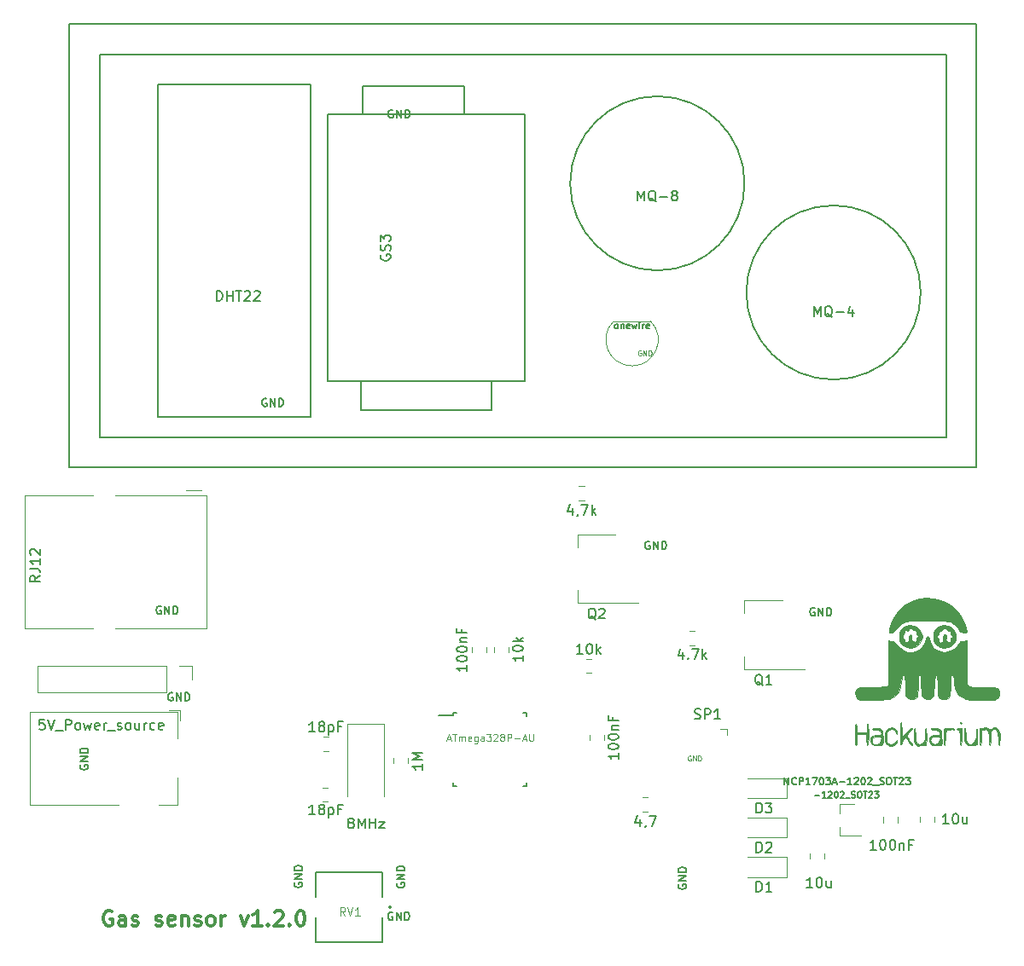
<source format=gbr>
G04 #@! TF.GenerationSoftware,KiCad,Pcbnew,(5.0.1-3-g963ef8bb5)*
G04 #@! TF.CreationDate,2019-04-30T09:05:13-05:00*
G04 #@! TF.ProjectId,gas-sensor,6761732D73656E736F722E6B69636164,rev?*
G04 #@! TF.SameCoordinates,Original*
G04 #@! TF.FileFunction,Legend,Top*
G04 #@! TF.FilePolarity,Positive*
%FSLAX46Y46*%
G04 Gerber Fmt 4.6, Leading zero omitted, Abs format (unit mm)*
G04 Created by KiCad (PCBNEW (5.0.1-3-g963ef8bb5)) date Mardi, 30 avril 2019 à 09:05:13*
%MOMM*%
%LPD*%
G01*
G04 APERTURE LIST*
%ADD10C,0.130000*%
%ADD11C,0.200000*%
%ADD12C,0.150000*%
%ADD13C,0.100000*%
%ADD14C,0.300000*%
%ADD15C,0.120000*%
%ADD16C,0.010000*%
%ADD17C,0.127000*%
G04 APERTURE END LIST*
D10*
X128960000Y-134825000D02*
X129440000Y-134825000D01*
X130070000Y-135065000D02*
X129710000Y-135065000D01*
X129890000Y-135065000D02*
X129890000Y-134435000D01*
X129830000Y-134525000D01*
X129770000Y-134585000D01*
X129710000Y-134615000D01*
X130310000Y-134495000D02*
X130340000Y-134465000D01*
X130400000Y-134435000D01*
X130550000Y-134435000D01*
X130610000Y-134465000D01*
X130640000Y-134495000D01*
X130670000Y-134555000D01*
X130670000Y-134615000D01*
X130640000Y-134705000D01*
X130280000Y-135065000D01*
X130670000Y-135065000D01*
X131060000Y-134435000D02*
X131120000Y-134435000D01*
X131180000Y-134465000D01*
X131210000Y-134495000D01*
X131240000Y-134555000D01*
X131270000Y-134675000D01*
X131270000Y-134825000D01*
X131240000Y-134945000D01*
X131210000Y-135005000D01*
X131180000Y-135035000D01*
X131120000Y-135065000D01*
X131060000Y-135065000D01*
X131000000Y-135035000D01*
X130970000Y-135005000D01*
X130940000Y-134945000D01*
X130910000Y-134825000D01*
X130910000Y-134675000D01*
X130940000Y-134555000D01*
X130970000Y-134495000D01*
X131000000Y-134465000D01*
X131060000Y-134435000D01*
X131510000Y-134495000D02*
X131540000Y-134465000D01*
X131600000Y-134435000D01*
X131750000Y-134435000D01*
X131810000Y-134465000D01*
X131840000Y-134495000D01*
X131870000Y-134555000D01*
X131870000Y-134615000D01*
X131840000Y-134705000D01*
X131480000Y-135065000D01*
X131870000Y-135065000D01*
X131990000Y-135125000D02*
X132470000Y-135125000D01*
X132590000Y-135035000D02*
X132680000Y-135065000D01*
X132830000Y-135065000D01*
X132890000Y-135035000D01*
X132920000Y-135005000D01*
X132950000Y-134945000D01*
X132950000Y-134885000D01*
X132920000Y-134825000D01*
X132890000Y-134795000D01*
X132830000Y-134765000D01*
X132710000Y-134735000D01*
X132650000Y-134705000D01*
X132620000Y-134675000D01*
X132590000Y-134615000D01*
X132590000Y-134555000D01*
X132620000Y-134495000D01*
X132650000Y-134465000D01*
X132710000Y-134435000D01*
X132860000Y-134435000D01*
X132950000Y-134465000D01*
X133340000Y-134435000D02*
X133460000Y-134435000D01*
X133520000Y-134465000D01*
X133580000Y-134525000D01*
X133610000Y-134645000D01*
X133610000Y-134855000D01*
X133580000Y-134975000D01*
X133520000Y-135035000D01*
X133460000Y-135065000D01*
X133340000Y-135065000D01*
X133280000Y-135035000D01*
X133220000Y-134975000D01*
X133190000Y-134855000D01*
X133190000Y-134645000D01*
X133220000Y-134525000D01*
X133280000Y-134465000D01*
X133340000Y-134435000D01*
X133790000Y-134435000D02*
X134150000Y-134435000D01*
X133970000Y-135065000D02*
X133970000Y-134435000D01*
X134330000Y-134495000D02*
X134360000Y-134465000D01*
X134420000Y-134435000D01*
X134570000Y-134435000D01*
X134630000Y-134465000D01*
X134660000Y-134495000D01*
X134690000Y-134555000D01*
X134690000Y-134615000D01*
X134660000Y-134705000D01*
X134300000Y-135065000D01*
X134690000Y-135065000D01*
X134900000Y-134435000D02*
X135290000Y-134435000D01*
X135080000Y-134675000D01*
X135170000Y-134675000D01*
X135230000Y-134705000D01*
X135260000Y-134735000D01*
X135290000Y-134795000D01*
X135290000Y-134945000D01*
X135260000Y-135005000D01*
X135230000Y-135035000D01*
X135170000Y-135065000D01*
X134990000Y-135065000D01*
X134930000Y-135035000D01*
X134900000Y-135005000D01*
D11*
X145000000Y-58250000D02*
X145000000Y-102250000D01*
X55000000Y-58250000D02*
X55000000Y-102250000D01*
D12*
X87530000Y-143529523D02*
X87491904Y-143605714D01*
X87491904Y-143720000D01*
X87530000Y-143834285D01*
X87606190Y-143910476D01*
X87682380Y-143948571D01*
X87834761Y-143986666D01*
X87949047Y-143986666D01*
X88101428Y-143948571D01*
X88177619Y-143910476D01*
X88253809Y-143834285D01*
X88291904Y-143720000D01*
X88291904Y-143643809D01*
X88253809Y-143529523D01*
X88215714Y-143491428D01*
X87949047Y-143491428D01*
X87949047Y-143643809D01*
X88291904Y-143148571D02*
X87491904Y-143148571D01*
X88291904Y-142691428D01*
X87491904Y-142691428D01*
X88291904Y-142310476D02*
X87491904Y-142310476D01*
X87491904Y-142120000D01*
X87530000Y-142005714D01*
X87606190Y-141929523D01*
X87682380Y-141891428D01*
X87834761Y-141853333D01*
X87949047Y-141853333D01*
X88101428Y-141891428D01*
X88177619Y-141929523D01*
X88253809Y-142005714D01*
X88291904Y-142120000D01*
X88291904Y-142310476D01*
X115470000Y-143659523D02*
X115431904Y-143735714D01*
X115431904Y-143850000D01*
X115470000Y-143964285D01*
X115546190Y-144040476D01*
X115622380Y-144078571D01*
X115774761Y-144116666D01*
X115889047Y-144116666D01*
X116041428Y-144078571D01*
X116117619Y-144040476D01*
X116193809Y-143964285D01*
X116231904Y-143850000D01*
X116231904Y-143773809D01*
X116193809Y-143659523D01*
X116155714Y-143621428D01*
X115889047Y-143621428D01*
X115889047Y-143773809D01*
X116231904Y-143278571D02*
X115431904Y-143278571D01*
X116231904Y-142821428D01*
X115431904Y-142821428D01*
X116231904Y-142440476D02*
X115431904Y-142440476D01*
X115431904Y-142250000D01*
X115470000Y-142135714D01*
X115546190Y-142059523D01*
X115622380Y-142021428D01*
X115774761Y-141983333D01*
X115889047Y-141983333D01*
X116041428Y-142021428D01*
X116117619Y-142059523D01*
X116193809Y-142135714D01*
X116231904Y-142250000D01*
X116231904Y-142440476D01*
X77360000Y-143489523D02*
X77321904Y-143565714D01*
X77321904Y-143680000D01*
X77360000Y-143794285D01*
X77436190Y-143870476D01*
X77512380Y-143908571D01*
X77664761Y-143946666D01*
X77779047Y-143946666D01*
X77931428Y-143908571D01*
X78007619Y-143870476D01*
X78083809Y-143794285D01*
X78121904Y-143680000D01*
X78121904Y-143603809D01*
X78083809Y-143489523D01*
X78045714Y-143451428D01*
X77779047Y-143451428D01*
X77779047Y-143603809D01*
X78121904Y-143108571D02*
X77321904Y-143108571D01*
X78121904Y-142651428D01*
X77321904Y-142651428D01*
X78121904Y-142270476D02*
X77321904Y-142270476D01*
X77321904Y-142080000D01*
X77360000Y-141965714D01*
X77436190Y-141889523D01*
X77512380Y-141851428D01*
X77664761Y-141813333D01*
X77779047Y-141813333D01*
X77931428Y-141851428D01*
X78007619Y-141889523D01*
X78083809Y-141965714D01*
X78121904Y-142080000D01*
X78121904Y-142270476D01*
X87070476Y-146440000D02*
X86994285Y-146401904D01*
X86880000Y-146401904D01*
X86765714Y-146440000D01*
X86689523Y-146516190D01*
X86651428Y-146592380D01*
X86613333Y-146744761D01*
X86613333Y-146859047D01*
X86651428Y-147011428D01*
X86689523Y-147087619D01*
X86765714Y-147163809D01*
X86880000Y-147201904D01*
X86956190Y-147201904D01*
X87070476Y-147163809D01*
X87108571Y-147125714D01*
X87108571Y-146859047D01*
X86956190Y-146859047D01*
X87451428Y-147201904D02*
X87451428Y-146401904D01*
X87908571Y-147201904D01*
X87908571Y-146401904D01*
X88289523Y-147201904D02*
X88289523Y-146401904D01*
X88480000Y-146401904D01*
X88594285Y-146440000D01*
X88670476Y-146516190D01*
X88708571Y-146592380D01*
X88746666Y-146744761D01*
X88746666Y-146859047D01*
X88708571Y-147011428D01*
X88670476Y-147087619D01*
X88594285Y-147163809D01*
X88480000Y-147201904D01*
X88289523Y-147201904D01*
D13*
X116649047Y-130920000D02*
X116601428Y-130896190D01*
X116530000Y-130896190D01*
X116458571Y-130920000D01*
X116410952Y-130967619D01*
X116387142Y-131015238D01*
X116363333Y-131110476D01*
X116363333Y-131181904D01*
X116387142Y-131277142D01*
X116410952Y-131324761D01*
X116458571Y-131372380D01*
X116530000Y-131396190D01*
X116577619Y-131396190D01*
X116649047Y-131372380D01*
X116672857Y-131348571D01*
X116672857Y-131181904D01*
X116577619Y-131181904D01*
X116887142Y-131396190D02*
X116887142Y-130896190D01*
X117172857Y-131396190D01*
X117172857Y-130896190D01*
X117410952Y-131396190D02*
X117410952Y-130896190D01*
X117530000Y-130896190D01*
X117601428Y-130920000D01*
X117649047Y-130967619D01*
X117672857Y-131015238D01*
X117696666Y-131110476D01*
X117696666Y-131181904D01*
X117672857Y-131277142D01*
X117649047Y-131324761D01*
X117601428Y-131372380D01*
X117530000Y-131396190D01*
X117410952Y-131396190D01*
D12*
X128940476Y-116240000D02*
X128864285Y-116201904D01*
X128750000Y-116201904D01*
X128635714Y-116240000D01*
X128559523Y-116316190D01*
X128521428Y-116392380D01*
X128483333Y-116544761D01*
X128483333Y-116659047D01*
X128521428Y-116811428D01*
X128559523Y-116887619D01*
X128635714Y-116963809D01*
X128750000Y-117001904D01*
X128826190Y-117001904D01*
X128940476Y-116963809D01*
X128978571Y-116925714D01*
X128978571Y-116659047D01*
X128826190Y-116659047D01*
X129321428Y-117001904D02*
X129321428Y-116201904D01*
X129778571Y-117001904D01*
X129778571Y-116201904D01*
X130159523Y-117001904D02*
X130159523Y-116201904D01*
X130350000Y-116201904D01*
X130464285Y-116240000D01*
X130540476Y-116316190D01*
X130578571Y-116392380D01*
X130616666Y-116544761D01*
X130616666Y-116659047D01*
X130578571Y-116811428D01*
X130540476Y-116887619D01*
X130464285Y-116963809D01*
X130350000Y-117001904D01*
X130159523Y-117001904D01*
X112560476Y-109640000D02*
X112484285Y-109601904D01*
X112370000Y-109601904D01*
X112255714Y-109640000D01*
X112179523Y-109716190D01*
X112141428Y-109792380D01*
X112103333Y-109944761D01*
X112103333Y-110059047D01*
X112141428Y-110211428D01*
X112179523Y-110287619D01*
X112255714Y-110363809D01*
X112370000Y-110401904D01*
X112446190Y-110401904D01*
X112560476Y-110363809D01*
X112598571Y-110325714D01*
X112598571Y-110059047D01*
X112446190Y-110059047D01*
X112941428Y-110401904D02*
X112941428Y-109601904D01*
X113398571Y-110401904D01*
X113398571Y-109601904D01*
X113779523Y-110401904D02*
X113779523Y-109601904D01*
X113970000Y-109601904D01*
X114084285Y-109640000D01*
X114160476Y-109716190D01*
X114198571Y-109792380D01*
X114236666Y-109944761D01*
X114236666Y-110059047D01*
X114198571Y-110211428D01*
X114160476Y-110287619D01*
X114084285Y-110363809D01*
X113970000Y-110401904D01*
X113779523Y-110401904D01*
D13*
X111729047Y-90670000D02*
X111681428Y-90646190D01*
X111610000Y-90646190D01*
X111538571Y-90670000D01*
X111490952Y-90717619D01*
X111467142Y-90765238D01*
X111443333Y-90860476D01*
X111443333Y-90931904D01*
X111467142Y-91027142D01*
X111490952Y-91074761D01*
X111538571Y-91122380D01*
X111610000Y-91146190D01*
X111657619Y-91146190D01*
X111729047Y-91122380D01*
X111752857Y-91098571D01*
X111752857Y-90931904D01*
X111657619Y-90931904D01*
X111967142Y-91146190D02*
X111967142Y-90646190D01*
X112252857Y-91146190D01*
X112252857Y-90646190D01*
X112490952Y-91146190D02*
X112490952Y-90646190D01*
X112610000Y-90646190D01*
X112681428Y-90670000D01*
X112729047Y-90717619D01*
X112752857Y-90765238D01*
X112776666Y-90860476D01*
X112776666Y-90931904D01*
X112752857Y-91027142D01*
X112729047Y-91074761D01*
X112681428Y-91122380D01*
X112610000Y-91146190D01*
X112490952Y-91146190D01*
D12*
X87100476Y-66770000D02*
X87024285Y-66731904D01*
X86910000Y-66731904D01*
X86795714Y-66770000D01*
X86719523Y-66846190D01*
X86681428Y-66922380D01*
X86643333Y-67074761D01*
X86643333Y-67189047D01*
X86681428Y-67341428D01*
X86719523Y-67417619D01*
X86795714Y-67493809D01*
X86910000Y-67531904D01*
X86986190Y-67531904D01*
X87100476Y-67493809D01*
X87138571Y-67455714D01*
X87138571Y-67189047D01*
X86986190Y-67189047D01*
X87481428Y-67531904D02*
X87481428Y-66731904D01*
X87938571Y-67531904D01*
X87938571Y-66731904D01*
X88319523Y-67531904D02*
X88319523Y-66731904D01*
X88510000Y-66731904D01*
X88624285Y-66770000D01*
X88700476Y-66846190D01*
X88738571Y-66922380D01*
X88776666Y-67074761D01*
X88776666Y-67189047D01*
X88738571Y-67341428D01*
X88700476Y-67417619D01*
X88624285Y-67493809D01*
X88510000Y-67531904D01*
X88319523Y-67531904D01*
X74550476Y-95440000D02*
X74474285Y-95401904D01*
X74360000Y-95401904D01*
X74245714Y-95440000D01*
X74169523Y-95516190D01*
X74131428Y-95592380D01*
X74093333Y-95744761D01*
X74093333Y-95859047D01*
X74131428Y-96011428D01*
X74169523Y-96087619D01*
X74245714Y-96163809D01*
X74360000Y-96201904D01*
X74436190Y-96201904D01*
X74550476Y-96163809D01*
X74588571Y-96125714D01*
X74588571Y-95859047D01*
X74436190Y-95859047D01*
X74931428Y-96201904D02*
X74931428Y-95401904D01*
X75388571Y-96201904D01*
X75388571Y-95401904D01*
X75769523Y-96201904D02*
X75769523Y-95401904D01*
X75960000Y-95401904D01*
X76074285Y-95440000D01*
X76150476Y-95516190D01*
X76188571Y-95592380D01*
X76226666Y-95744761D01*
X76226666Y-95859047D01*
X76188571Y-96011428D01*
X76150476Y-96087619D01*
X76074285Y-96163809D01*
X75960000Y-96201904D01*
X75769523Y-96201904D01*
D10*
X109235952Y-88484047D02*
X109174047Y-88453095D01*
X109143095Y-88422142D01*
X109112142Y-88360238D01*
X109112142Y-88174523D01*
X109143095Y-88112619D01*
X109174047Y-88081666D01*
X109235952Y-88050714D01*
X109328809Y-88050714D01*
X109390714Y-88081666D01*
X109421666Y-88112619D01*
X109452619Y-88174523D01*
X109452619Y-88360238D01*
X109421666Y-88422142D01*
X109390714Y-88453095D01*
X109328809Y-88484047D01*
X109235952Y-88484047D01*
X109731190Y-88050714D02*
X109731190Y-88484047D01*
X109731190Y-88112619D02*
X109762142Y-88081666D01*
X109824047Y-88050714D01*
X109916904Y-88050714D01*
X109978809Y-88081666D01*
X110009761Y-88143571D01*
X110009761Y-88484047D01*
X110566904Y-88453095D02*
X110505000Y-88484047D01*
X110381190Y-88484047D01*
X110319285Y-88453095D01*
X110288333Y-88391190D01*
X110288333Y-88143571D01*
X110319285Y-88081666D01*
X110381190Y-88050714D01*
X110505000Y-88050714D01*
X110566904Y-88081666D01*
X110597857Y-88143571D01*
X110597857Y-88205476D01*
X110288333Y-88267380D01*
X110814523Y-88050714D02*
X110938333Y-88484047D01*
X111062142Y-88174523D01*
X111185952Y-88484047D01*
X111309761Y-88050714D01*
X111557380Y-88484047D02*
X111557380Y-88050714D01*
X111557380Y-87834047D02*
X111526428Y-87865000D01*
X111557380Y-87895952D01*
X111588333Y-87865000D01*
X111557380Y-87834047D01*
X111557380Y-87895952D01*
X111866904Y-88484047D02*
X111866904Y-88050714D01*
X111866904Y-88174523D02*
X111897857Y-88112619D01*
X111928809Y-88081666D01*
X111990714Y-88050714D01*
X112052619Y-88050714D01*
X112516904Y-88453095D02*
X112455000Y-88484047D01*
X112331190Y-88484047D01*
X112269285Y-88453095D01*
X112238333Y-88391190D01*
X112238333Y-88143571D01*
X112269285Y-88081666D01*
X112331190Y-88050714D01*
X112455000Y-88050714D01*
X112516904Y-88081666D01*
X112547857Y-88143571D01*
X112547857Y-88205476D01*
X112238333Y-88267380D01*
D12*
X64080476Y-116050000D02*
X64004285Y-116011904D01*
X63890000Y-116011904D01*
X63775714Y-116050000D01*
X63699523Y-116126190D01*
X63661428Y-116202380D01*
X63623333Y-116354761D01*
X63623333Y-116469047D01*
X63661428Y-116621428D01*
X63699523Y-116697619D01*
X63775714Y-116773809D01*
X63890000Y-116811904D01*
X63966190Y-116811904D01*
X64080476Y-116773809D01*
X64118571Y-116735714D01*
X64118571Y-116469047D01*
X63966190Y-116469047D01*
X64461428Y-116811904D02*
X64461428Y-116011904D01*
X64918571Y-116811904D01*
X64918571Y-116011904D01*
X65299523Y-116811904D02*
X65299523Y-116011904D01*
X65490000Y-116011904D01*
X65604285Y-116050000D01*
X65680476Y-116126190D01*
X65718571Y-116202380D01*
X65756666Y-116354761D01*
X65756666Y-116469047D01*
X65718571Y-116621428D01*
X65680476Y-116697619D01*
X65604285Y-116773809D01*
X65490000Y-116811904D01*
X65299523Y-116811904D01*
X65240476Y-124670000D02*
X65164285Y-124631904D01*
X65050000Y-124631904D01*
X64935714Y-124670000D01*
X64859523Y-124746190D01*
X64821428Y-124822380D01*
X64783333Y-124974761D01*
X64783333Y-125089047D01*
X64821428Y-125241428D01*
X64859523Y-125317619D01*
X64935714Y-125393809D01*
X65050000Y-125431904D01*
X65126190Y-125431904D01*
X65240476Y-125393809D01*
X65278571Y-125355714D01*
X65278571Y-125089047D01*
X65126190Y-125089047D01*
X65621428Y-125431904D02*
X65621428Y-124631904D01*
X66078571Y-125431904D01*
X66078571Y-124631904D01*
X66459523Y-125431904D02*
X66459523Y-124631904D01*
X66650000Y-124631904D01*
X66764285Y-124670000D01*
X66840476Y-124746190D01*
X66878571Y-124822380D01*
X66916666Y-124974761D01*
X66916666Y-125089047D01*
X66878571Y-125241428D01*
X66840476Y-125317619D01*
X66764285Y-125393809D01*
X66650000Y-125431904D01*
X66459523Y-125431904D01*
X56080000Y-131819523D02*
X56041904Y-131895714D01*
X56041904Y-132010000D01*
X56080000Y-132124285D01*
X56156190Y-132200476D01*
X56232380Y-132238571D01*
X56384761Y-132276666D01*
X56499047Y-132276666D01*
X56651428Y-132238571D01*
X56727619Y-132200476D01*
X56803809Y-132124285D01*
X56841904Y-132010000D01*
X56841904Y-131933809D01*
X56803809Y-131819523D01*
X56765714Y-131781428D01*
X56499047Y-131781428D01*
X56499047Y-131933809D01*
X56841904Y-131438571D02*
X56041904Y-131438571D01*
X56841904Y-130981428D01*
X56041904Y-130981428D01*
X56841904Y-130600476D02*
X56041904Y-130600476D01*
X56041904Y-130410000D01*
X56080000Y-130295714D01*
X56156190Y-130219523D01*
X56232380Y-130181428D01*
X56384761Y-130143333D01*
X56499047Y-130143333D01*
X56651428Y-130181428D01*
X56727619Y-130219523D01*
X56803809Y-130295714D01*
X56841904Y-130410000D01*
X56841904Y-130600476D01*
D14*
X59221142Y-146354000D02*
X59078285Y-146282571D01*
X58864000Y-146282571D01*
X58649714Y-146354000D01*
X58506857Y-146496857D01*
X58435428Y-146639714D01*
X58364000Y-146925428D01*
X58364000Y-147139714D01*
X58435428Y-147425428D01*
X58506857Y-147568285D01*
X58649714Y-147711142D01*
X58864000Y-147782571D01*
X59006857Y-147782571D01*
X59221142Y-147711142D01*
X59292571Y-147639714D01*
X59292571Y-147139714D01*
X59006857Y-147139714D01*
X60578285Y-147782571D02*
X60578285Y-146996857D01*
X60506857Y-146854000D01*
X60364000Y-146782571D01*
X60078285Y-146782571D01*
X59935428Y-146854000D01*
X60578285Y-147711142D02*
X60435428Y-147782571D01*
X60078285Y-147782571D01*
X59935428Y-147711142D01*
X59864000Y-147568285D01*
X59864000Y-147425428D01*
X59935428Y-147282571D01*
X60078285Y-147211142D01*
X60435428Y-147211142D01*
X60578285Y-147139714D01*
X61221142Y-147711142D02*
X61364000Y-147782571D01*
X61649714Y-147782571D01*
X61792571Y-147711142D01*
X61864000Y-147568285D01*
X61864000Y-147496857D01*
X61792571Y-147354000D01*
X61649714Y-147282571D01*
X61435428Y-147282571D01*
X61292571Y-147211142D01*
X61221142Y-147068285D01*
X61221142Y-146996857D01*
X61292571Y-146854000D01*
X61435428Y-146782571D01*
X61649714Y-146782571D01*
X61792571Y-146854000D01*
X63578285Y-147711142D02*
X63721142Y-147782571D01*
X64006857Y-147782571D01*
X64149714Y-147711142D01*
X64221142Y-147568285D01*
X64221142Y-147496857D01*
X64149714Y-147354000D01*
X64006857Y-147282571D01*
X63792571Y-147282571D01*
X63649714Y-147211142D01*
X63578285Y-147068285D01*
X63578285Y-146996857D01*
X63649714Y-146854000D01*
X63792571Y-146782571D01*
X64006857Y-146782571D01*
X64149714Y-146854000D01*
X65435428Y-147711142D02*
X65292571Y-147782571D01*
X65006857Y-147782571D01*
X64864000Y-147711142D01*
X64792571Y-147568285D01*
X64792571Y-146996857D01*
X64864000Y-146854000D01*
X65006857Y-146782571D01*
X65292571Y-146782571D01*
X65435428Y-146854000D01*
X65506857Y-146996857D01*
X65506857Y-147139714D01*
X64792571Y-147282571D01*
X66149714Y-146782571D02*
X66149714Y-147782571D01*
X66149714Y-146925428D02*
X66221142Y-146854000D01*
X66364000Y-146782571D01*
X66578285Y-146782571D01*
X66721142Y-146854000D01*
X66792571Y-146996857D01*
X66792571Y-147782571D01*
X67435428Y-147711142D02*
X67578285Y-147782571D01*
X67864000Y-147782571D01*
X68006857Y-147711142D01*
X68078285Y-147568285D01*
X68078285Y-147496857D01*
X68006857Y-147354000D01*
X67864000Y-147282571D01*
X67649714Y-147282571D01*
X67506857Y-147211142D01*
X67435428Y-147068285D01*
X67435428Y-146996857D01*
X67506857Y-146854000D01*
X67649714Y-146782571D01*
X67864000Y-146782571D01*
X68006857Y-146854000D01*
X68935428Y-147782571D02*
X68792571Y-147711142D01*
X68721142Y-147639714D01*
X68649714Y-147496857D01*
X68649714Y-147068285D01*
X68721142Y-146925428D01*
X68792571Y-146854000D01*
X68935428Y-146782571D01*
X69149714Y-146782571D01*
X69292571Y-146854000D01*
X69364000Y-146925428D01*
X69435428Y-147068285D01*
X69435428Y-147496857D01*
X69364000Y-147639714D01*
X69292571Y-147711142D01*
X69149714Y-147782571D01*
X68935428Y-147782571D01*
X70078285Y-147782571D02*
X70078285Y-146782571D01*
X70078285Y-147068285D02*
X70149714Y-146925428D01*
X70221142Y-146854000D01*
X70364000Y-146782571D01*
X70506857Y-146782571D01*
X72006857Y-146782571D02*
X72364000Y-147782571D01*
X72721142Y-146782571D01*
X74078285Y-147782571D02*
X73221142Y-147782571D01*
X73649714Y-147782571D02*
X73649714Y-146282571D01*
X73506857Y-146496857D01*
X73364000Y-146639714D01*
X73221142Y-146711142D01*
X74721142Y-147639714D02*
X74792571Y-147711142D01*
X74721142Y-147782571D01*
X74649714Y-147711142D01*
X74721142Y-147639714D01*
X74721142Y-147782571D01*
X75364000Y-146425428D02*
X75435428Y-146354000D01*
X75578285Y-146282571D01*
X75935428Y-146282571D01*
X76078285Y-146354000D01*
X76149714Y-146425428D01*
X76221142Y-146568285D01*
X76221142Y-146711142D01*
X76149714Y-146925428D01*
X75292571Y-147782571D01*
X76221142Y-147782571D01*
X76864000Y-147639714D02*
X76935428Y-147711142D01*
X76864000Y-147782571D01*
X76792571Y-147711142D01*
X76864000Y-147639714D01*
X76864000Y-147782571D01*
X77864000Y-146282571D02*
X78006857Y-146282571D01*
X78149714Y-146354000D01*
X78221142Y-146425428D01*
X78292571Y-146568285D01*
X78364000Y-146854000D01*
X78364000Y-147211142D01*
X78292571Y-147496857D01*
X78221142Y-147639714D01*
X78149714Y-147711142D01*
X78006857Y-147782571D01*
X77864000Y-147782571D01*
X77721142Y-147711142D01*
X77649714Y-147639714D01*
X77578285Y-147496857D01*
X77506857Y-147211142D01*
X77506857Y-146854000D01*
X77578285Y-146568285D01*
X77649714Y-146425428D01*
X77721142Y-146354000D01*
X77864000Y-146282571D01*
D11*
X58000000Y-61250000D02*
X142000000Y-61250000D01*
X142000000Y-61250000D02*
X142000000Y-99250000D01*
X58000000Y-99250000D02*
X142000000Y-99250000D01*
X58000000Y-61250000D02*
X58000000Y-99250000D01*
X145000000Y-102250000D02*
X55000000Y-102250000D01*
X55000000Y-58250000D02*
X145000000Y-58250000D01*
D12*
G04 #@! TO.C,U3*
X78910000Y-64220000D02*
X78910000Y-97220000D01*
X63810000Y-64220000D02*
X63810000Y-97220000D01*
X63810000Y-64220000D02*
X78910000Y-64220000D01*
X78910000Y-97220000D02*
X63810000Y-97220000D01*
D15*
G04 #@! TO.C,U1*
X108991522Y-87741522D02*
G75*
G03X110830000Y-92180000I1838478J-1838478D01*
G01*
X112668478Y-87741522D02*
G75*
G02X110830000Y-92180000I-1838478J-1838478D01*
G01*
X112630000Y-87730000D02*
X109030000Y-87730000D01*
G04 #@! TO.C,C2*
X80647509Y-134044602D02*
X80125005Y-134044602D01*
X80647509Y-135464602D02*
X80125005Y-135464602D01*
G04 #@! TO.C,C3*
X139412140Y-136980587D02*
X139412140Y-137503091D01*
X140832140Y-136980587D02*
X140832140Y-137503091D01*
G04 #@! TO.C,C4*
X135752140Y-136985587D02*
X135752140Y-137508091D01*
X137172140Y-136985587D02*
X137172140Y-137508091D01*
G04 #@! TO.C,C6*
X94935609Y-120117029D02*
X94935609Y-120639533D01*
X96355609Y-120117029D02*
X96355609Y-120639533D01*
G04 #@! TO.C,D1*
X126160000Y-142930000D02*
X122260000Y-142930000D01*
X126160000Y-140930000D02*
X122260000Y-140930000D01*
X126160000Y-142930000D02*
X126160000Y-140930000D01*
G04 #@! TO.C,D2*
X126160000Y-139020000D02*
X122260000Y-139020000D01*
X126160000Y-137020000D02*
X122260000Y-137020000D01*
X126160000Y-139020000D02*
X126160000Y-137020000D01*
G04 #@! TO.C,D3*
X126160000Y-135110000D02*
X122260000Y-135110000D01*
X126160000Y-133110000D02*
X122260000Y-133110000D01*
X126160000Y-135110000D02*
X126160000Y-133110000D01*
G04 #@! TO.C,R1*
X87191257Y-131138350D02*
X87191257Y-131660854D01*
X88611257Y-131138350D02*
X88611257Y-131660854D01*
G04 #@! TO.C,R2*
X111886682Y-136452755D02*
X112409186Y-136452755D01*
X111886682Y-135032755D02*
X112409186Y-135032755D01*
G04 #@! TO.C,R3*
X97175609Y-120127029D02*
X97175609Y-120649533D01*
X98595609Y-120127029D02*
X98595609Y-120649533D01*
G04 #@! TO.C,R4*
X116543748Y-119900000D02*
X117066252Y-119900000D01*
X116543748Y-118480000D02*
X117066252Y-118480000D01*
G04 #@! TO.C,C1*
X80702509Y-128994602D02*
X80180005Y-128994602D01*
X80702509Y-130414602D02*
X80180005Y-130414602D01*
G04 #@! TO.C,Y1*
X82621257Y-127714602D02*
X82621257Y-134964602D01*
X86221257Y-127714602D02*
X82621257Y-127714602D01*
X86221257Y-134964602D02*
X86221257Y-127714602D01*
G04 #@! TO.C,C5*
X108080000Y-129341252D02*
X108080000Y-128818748D01*
X106660000Y-129341252D02*
X106660000Y-128818748D01*
G04 #@! TO.C,J1*
X67200000Y-121960000D02*
X67200000Y-123290000D01*
X65870000Y-121960000D02*
X67200000Y-121960000D01*
X64600000Y-121960000D02*
X64600000Y-124620000D01*
X64600000Y-124620000D02*
X51840000Y-124620000D01*
X64600000Y-121960000D02*
X51840000Y-121960000D01*
X51840000Y-121960000D02*
X51840000Y-124620000D01*
G04 #@! TO.C,J2*
X68600000Y-105020000D02*
X68600000Y-118220000D01*
X68600000Y-118220000D02*
X59580000Y-118220000D01*
D13*
X50720000Y-118220000D02*
X50600000Y-118220000D01*
D15*
X50600000Y-118220000D02*
X57380000Y-118220000D01*
D13*
X50610000Y-118220000D02*
X50600000Y-118220000D01*
D15*
X50600000Y-118220000D02*
X50600000Y-105020000D01*
X50600000Y-105020000D02*
X57380000Y-105020000D01*
D13*
X59650000Y-105020000D02*
X59580000Y-105020000D01*
D15*
X59580000Y-105020000D02*
X68600000Y-105020000D01*
X66600000Y-104550000D02*
X68130000Y-104550000D01*
G04 #@! TO.C,J7*
X65750000Y-126580000D02*
X65750000Y-129180000D01*
X51050000Y-126580000D02*
X65750000Y-126580000D01*
X65750000Y-135780000D02*
X63850000Y-135780000D01*
X65750000Y-133080000D02*
X65750000Y-135780000D01*
X51050000Y-135780000D02*
X51050000Y-126580000D01*
X59850000Y-135780000D02*
X51050000Y-135780000D01*
X64900000Y-126380000D02*
X65950000Y-126380000D01*
X65950000Y-127430000D02*
X65950000Y-126380000D01*
G04 #@! TO.C,R5*
X106791252Y-121260000D02*
X106268748Y-121260000D01*
X106791252Y-122680000D02*
X106268748Y-122680000D01*
D12*
G04 #@! TO.C,U2*
X93092934Y-126862755D02*
X91667934Y-126862755D01*
X100342934Y-126637755D02*
X100017934Y-126637755D01*
X100342934Y-133887755D02*
X100017934Y-133887755D01*
X93092934Y-133887755D02*
X93417934Y-133887755D01*
X93092934Y-126637755D02*
X93417934Y-126637755D01*
X93092934Y-133887755D02*
X93092934Y-133562755D01*
X100342934Y-133887755D02*
X100342934Y-133562755D01*
X100342934Y-126637755D02*
X100342934Y-126962755D01*
X93092934Y-126637755D02*
X93092934Y-126862755D01*
G04 #@! TO.C,GS1*
X139470000Y-84890000D02*
G75*
G03X139470000Y-84890000I-8650000J0D01*
G01*
G04 #@! TO.C,GS2*
X121990000Y-74050000D02*
G75*
G03X121990000Y-74050000I-8650000J0D01*
G01*
D15*
G04 #@! TO.C,SP1*
X120215000Y-128210000D02*
X120215000Y-128845000D01*
X119580000Y-128210000D02*
X120215000Y-128210000D01*
D16*
G04 #@! TO.C,G1*
G36*
X135321178Y-128168836D02*
X135521646Y-128249159D01*
X135642007Y-128415691D01*
X135700984Y-128695152D01*
X135717301Y-129114263D01*
X135717333Y-129140543D01*
X135714526Y-129478603D01*
X135699725Y-129681752D01*
X135663365Y-129784395D01*
X135595877Y-129820935D01*
X135526833Y-129825587D01*
X135289687Y-129849374D01*
X135122780Y-129883061D01*
X134889324Y-129878011D01*
X134678280Y-129756706D01*
X134485720Y-129521408D01*
X134457525Y-129388392D01*
X134616666Y-129388392D01*
X134684559Y-129596439D01*
X134855360Y-129717441D01*
X135079748Y-129738524D01*
X135308403Y-129646809D01*
X135378666Y-129587333D01*
X135506760Y-129385630D01*
X135548000Y-129206333D01*
X135531221Y-129073518D01*
X135450051Y-129012073D01*
X135258243Y-128995109D01*
X135183933Y-128994666D01*
X134863908Y-129031506D01*
X134680789Y-129150098D01*
X134617134Y-129362547D01*
X134616666Y-129388392D01*
X134457525Y-129388392D01*
X134447333Y-129340310D01*
X134516468Y-129070661D01*
X134722550Y-128899269D01*
X135063596Y-128827584D01*
X135152500Y-128825333D01*
X135398944Y-128813641D01*
X135517342Y-128768212D01*
X135547999Y-128673515D01*
X135548000Y-128672933D01*
X135477955Y-128460207D01*
X135268221Y-128342722D01*
X135028063Y-128317333D01*
X134808350Y-128296636D01*
X134670664Y-128245562D01*
X134659000Y-128232666D01*
X134700438Y-128179985D01*
X134887805Y-128151526D01*
X135021880Y-128148000D01*
X135321178Y-128168836D01*
X135321178Y-128168836D01*
G37*
X135321178Y-128168836D02*
X135521646Y-128249159D01*
X135642007Y-128415691D01*
X135700984Y-128695152D01*
X135717301Y-129114263D01*
X135717333Y-129140543D01*
X135714526Y-129478603D01*
X135699725Y-129681752D01*
X135663365Y-129784395D01*
X135595877Y-129820935D01*
X135526833Y-129825587D01*
X135289687Y-129849374D01*
X135122780Y-129883061D01*
X134889324Y-129878011D01*
X134678280Y-129756706D01*
X134485720Y-129521408D01*
X134457525Y-129388392D01*
X134616666Y-129388392D01*
X134684559Y-129596439D01*
X134855360Y-129717441D01*
X135079748Y-129738524D01*
X135308403Y-129646809D01*
X135378666Y-129587333D01*
X135506760Y-129385630D01*
X135548000Y-129206333D01*
X135531221Y-129073518D01*
X135450051Y-129012073D01*
X135258243Y-128995109D01*
X135183933Y-128994666D01*
X134863908Y-129031506D01*
X134680789Y-129150098D01*
X134617134Y-129362547D01*
X134616666Y-129388392D01*
X134457525Y-129388392D01*
X134447333Y-129340310D01*
X134516468Y-129070661D01*
X134722550Y-128899269D01*
X135063596Y-128827584D01*
X135152500Y-128825333D01*
X135398944Y-128813641D01*
X135517342Y-128768212D01*
X135547999Y-128673515D01*
X135548000Y-128672933D01*
X135477955Y-128460207D01*
X135268221Y-128342722D01*
X135028063Y-128317333D01*
X134808350Y-128296636D01*
X134670664Y-128245562D01*
X134659000Y-128232666D01*
X134700438Y-128179985D01*
X134887805Y-128151526D01*
X135021880Y-128148000D01*
X135321178Y-128168836D01*
G36*
X136870956Y-128145891D02*
X137061775Y-128295359D01*
X137144391Y-128512521D01*
X137133012Y-128639270D01*
X137095824Y-128710238D01*
X137038965Y-128634287D01*
X137007144Y-128561713D01*
X136838361Y-128327039D01*
X136609537Y-128236552D01*
X136359690Y-128298225D01*
X136225333Y-128402000D01*
X136115514Y-128565953D01*
X136064481Y-128805710D01*
X136056000Y-129035048D01*
X136066831Y-129316894D01*
X136112411Y-129486076D01*
X136212371Y-129598585D01*
X136267049Y-129637048D01*
X136532343Y-129731650D01*
X136779995Y-129685895D01*
X136961567Y-129512521D01*
X136992696Y-129446226D01*
X137077880Y-129294273D01*
X137137611Y-129295493D01*
X137144970Y-129433734D01*
X137126531Y-129526541D01*
X137014475Y-129711240D01*
X136858379Y-129826818D01*
X136617130Y-129909739D01*
X136405381Y-129894453D01*
X136252034Y-129840742D01*
X136038723Y-129682626D01*
X135919788Y-129408519D01*
X135886666Y-129046549D01*
X135932094Y-128620167D01*
X136072711Y-128324481D01*
X136315014Y-128145938D01*
X136319339Y-128144131D01*
X136610593Y-128087641D01*
X136870956Y-128145891D01*
X136870956Y-128145891D01*
G37*
X136870956Y-128145891D02*
X137061775Y-128295359D01*
X137144391Y-128512521D01*
X137133012Y-128639270D01*
X137095824Y-128710238D01*
X137038965Y-128634287D01*
X137007144Y-128561713D01*
X136838361Y-128327039D01*
X136609537Y-128236552D01*
X136359690Y-128298225D01*
X136225333Y-128402000D01*
X136115514Y-128565953D01*
X136064481Y-128805710D01*
X136056000Y-129035048D01*
X136066831Y-129316894D01*
X136112411Y-129486076D01*
X136212371Y-129598585D01*
X136267049Y-129637048D01*
X136532343Y-129731650D01*
X136779995Y-129685895D01*
X136961567Y-129512521D01*
X136992696Y-129446226D01*
X137077880Y-129294273D01*
X137137611Y-129295493D01*
X137144970Y-129433734D01*
X137126531Y-129526541D01*
X137014475Y-129711240D01*
X136858379Y-129826818D01*
X136617130Y-129909739D01*
X136405381Y-129894453D01*
X136252034Y-129840742D01*
X136038723Y-129682626D01*
X135919788Y-129408519D01*
X135886666Y-129046549D01*
X135932094Y-128620167D01*
X136072711Y-128324481D01*
X136315014Y-128145938D01*
X136319339Y-128144131D01*
X136610593Y-128087641D01*
X136870956Y-128145891D01*
G36*
X137533916Y-127700692D02*
X137564292Y-127930850D01*
X137581716Y-128245971D01*
X137583994Y-128385830D01*
X137587989Y-129121666D01*
X138076091Y-128590707D01*
X138302477Y-128357265D01*
X138487449Y-128190274D01*
X138601728Y-128115219D01*
X138620908Y-128116463D01*
X138601507Y-128205064D01*
X138490569Y-128371210D01*
X138382811Y-128499499D01*
X138215365Y-128697619D01*
X138108551Y-128848551D01*
X138088000Y-128897540D01*
X138133764Y-129003371D01*
X138249933Y-129190678D01*
X138325479Y-129299463D01*
X138514107Y-129565898D01*
X138617116Y-129727748D01*
X138650225Y-129816093D01*
X138629151Y-129862012D01*
X138614993Y-129871928D01*
X138535389Y-129830693D01*
X138397827Y-129680790D01*
X138261694Y-129496778D01*
X138101142Y-129274684D01*
X137974481Y-129123277D01*
X137918538Y-129079333D01*
X137796326Y-129148674D01*
X137670821Y-129310997D01*
X137589531Y-129497748D01*
X137580000Y-129567836D01*
X137544140Y-129735908D01*
X137495333Y-129799000D01*
X137457884Y-129741851D01*
X137430979Y-129522072D01*
X137415111Y-129146067D01*
X137410666Y-128698333D01*
X137416562Y-128192000D01*
X137433922Y-127836337D01*
X137462253Y-127637749D01*
X137495333Y-127597666D01*
X137533916Y-127700692D01*
X137533916Y-127700692D01*
G37*
X137533916Y-127700692D02*
X137564292Y-127930850D01*
X137581716Y-128245971D01*
X137583994Y-128385830D01*
X137587989Y-129121666D01*
X138076091Y-128590707D01*
X138302477Y-128357265D01*
X138487449Y-128190274D01*
X138601728Y-128115219D01*
X138620908Y-128116463D01*
X138601507Y-128205064D01*
X138490569Y-128371210D01*
X138382811Y-128499499D01*
X138215365Y-128697619D01*
X138108551Y-128848551D01*
X138088000Y-128897540D01*
X138133764Y-129003371D01*
X138249933Y-129190678D01*
X138325479Y-129299463D01*
X138514107Y-129565898D01*
X138617116Y-129727748D01*
X138650225Y-129816093D01*
X138629151Y-129862012D01*
X138614993Y-129871928D01*
X138535389Y-129830693D01*
X138397827Y-129680790D01*
X138261694Y-129496778D01*
X138101142Y-129274684D01*
X137974481Y-129123277D01*
X137918538Y-129079333D01*
X137796326Y-129148674D01*
X137670821Y-129310997D01*
X137589531Y-129497748D01*
X137580000Y-129567836D01*
X137544140Y-129735908D01*
X137495333Y-129799000D01*
X137457884Y-129741851D01*
X137430979Y-129522072D01*
X137415111Y-129146067D01*
X137410666Y-128698333D01*
X137416562Y-128192000D01*
X137433922Y-127836337D01*
X137462253Y-127637749D01*
X137495333Y-127597666D01*
X137533916Y-127700692D01*
G36*
X139990072Y-128228463D02*
X140018539Y-128453461D01*
X140033593Y-128798409D01*
X140035333Y-128989404D01*
X140032280Y-129375588D01*
X140019594Y-129622407D01*
X139991980Y-129759774D01*
X139944145Y-129817601D01*
X139887166Y-129826681D01*
X139700467Y-129842133D01*
X139469445Y-129883737D01*
X139255758Y-129902873D01*
X139085550Y-129821559D01*
X138982612Y-129727642D01*
X138872917Y-129602075D01*
X138807820Y-129465537D01*
X138775921Y-129270902D01*
X138765825Y-128971042D01*
X138765333Y-128829181D01*
X138775183Y-128492364D01*
X138802096Y-128255506D01*
X138842111Y-128150458D01*
X138850000Y-128148000D01*
X138892152Y-128227090D01*
X138921699Y-128442475D01*
X138934458Y-128761325D01*
X138934666Y-128812211D01*
X138942605Y-129171744D01*
X138971659Y-129403267D01*
X139029681Y-129547579D01*
X139089500Y-129616544D01*
X139301800Y-129741677D01*
X139522229Y-129714843D01*
X139677827Y-129624865D01*
X139773236Y-129540008D01*
X139829802Y-129422863D01*
X139857361Y-129231398D01*
X139865747Y-128923576D01*
X139866000Y-128820532D01*
X139875966Y-128486832D01*
X139903153Y-128252546D01*
X139943487Y-128150018D01*
X139950666Y-128148000D01*
X139990072Y-128228463D01*
X139990072Y-128228463D01*
G37*
X139990072Y-128228463D02*
X140018539Y-128453461D01*
X140033593Y-128798409D01*
X140035333Y-128989404D01*
X140032280Y-129375588D01*
X140019594Y-129622407D01*
X139991980Y-129759774D01*
X139944145Y-129817601D01*
X139887166Y-129826681D01*
X139700467Y-129842133D01*
X139469445Y-129883737D01*
X139255758Y-129902873D01*
X139085550Y-129821559D01*
X138982612Y-129727642D01*
X138872917Y-129602075D01*
X138807820Y-129465537D01*
X138775921Y-129270902D01*
X138765825Y-128971042D01*
X138765333Y-128829181D01*
X138775183Y-128492364D01*
X138802096Y-128255506D01*
X138842111Y-128150458D01*
X138850000Y-128148000D01*
X138892152Y-128227090D01*
X138921699Y-128442475D01*
X138934458Y-128761325D01*
X138934666Y-128812211D01*
X138942605Y-129171744D01*
X138971659Y-129403267D01*
X139029681Y-129547579D01*
X139089500Y-129616544D01*
X139301800Y-129741677D01*
X139522229Y-129714843D01*
X139677827Y-129624865D01*
X139773236Y-129540008D01*
X139829802Y-129422863D01*
X139857361Y-129231398D01*
X139865747Y-128923576D01*
X139866000Y-128820532D01*
X139875966Y-128486832D01*
X139903153Y-128252546D01*
X139943487Y-128150018D01*
X139950666Y-128148000D01*
X139990072Y-128228463D01*
G36*
X140884665Y-128152592D02*
X141107445Y-128181731D01*
X141292908Y-128235250D01*
X141352651Y-128268173D01*
X141437186Y-128358529D01*
X141491902Y-128505228D01*
X141525593Y-128746296D01*
X141546508Y-129106403D01*
X141558880Y-129454236D01*
X141555644Y-129666147D01*
X141528902Y-129775373D01*
X141470752Y-129815150D01*
X141377175Y-129818826D01*
X141132358Y-129837405D01*
X140966666Y-129870394D01*
X140716281Y-129874391D01*
X140543333Y-129819017D01*
X140378791Y-129676109D01*
X140309126Y-129437782D01*
X140306016Y-129405417D01*
X140311843Y-129339270D01*
X140401094Y-129339270D01*
X140454717Y-129495287D01*
X140637183Y-129695423D01*
X140865426Y-129747208D01*
X141100071Y-129648658D01*
X141214521Y-129533581D01*
X141337271Y-129332196D01*
X141389964Y-129155832D01*
X141390000Y-129152581D01*
X141363689Y-129056979D01*
X141257728Y-129009519D01*
X141031569Y-128994968D01*
X140969645Y-128994666D01*
X140642930Y-129036409D01*
X140449861Y-129154731D01*
X140401094Y-129339270D01*
X140311843Y-129339270D01*
X140332222Y-129107962D01*
X140477952Y-128920978D01*
X140754050Y-128834311D01*
X140925384Y-128825333D01*
X141211298Y-128801092D01*
X141346787Y-128720758D01*
X141344763Y-128572910D01*
X141306269Y-128488416D01*
X141183025Y-128364906D01*
X140961043Y-128319034D01*
X140884017Y-128317333D01*
X140659573Y-128297480D01*
X140516252Y-128248226D01*
X140501000Y-128232666D01*
X140530585Y-128175940D01*
X140675426Y-128149955D01*
X140884665Y-128152592D01*
X140884665Y-128152592D01*
G37*
X140884665Y-128152592D02*
X141107445Y-128181731D01*
X141292908Y-128235250D01*
X141352651Y-128268173D01*
X141437186Y-128358529D01*
X141491902Y-128505228D01*
X141525593Y-128746296D01*
X141546508Y-129106403D01*
X141558880Y-129454236D01*
X141555644Y-129666147D01*
X141528902Y-129775373D01*
X141470752Y-129815150D01*
X141377175Y-129818826D01*
X141132358Y-129837405D01*
X140966666Y-129870394D01*
X140716281Y-129874391D01*
X140543333Y-129819017D01*
X140378791Y-129676109D01*
X140309126Y-129437782D01*
X140306016Y-129405417D01*
X140311843Y-129339270D01*
X140401094Y-129339270D01*
X140454717Y-129495287D01*
X140637183Y-129695423D01*
X140865426Y-129747208D01*
X141100071Y-129648658D01*
X141214521Y-129533581D01*
X141337271Y-129332196D01*
X141389964Y-129155832D01*
X141390000Y-129152581D01*
X141363689Y-129056979D01*
X141257728Y-129009519D01*
X141031569Y-128994968D01*
X140969645Y-128994666D01*
X140642930Y-129036409D01*
X140449861Y-129154731D01*
X140401094Y-129339270D01*
X140311843Y-129339270D01*
X140332222Y-129107962D01*
X140477952Y-128920978D01*
X140754050Y-128834311D01*
X140925384Y-128825333D01*
X141211298Y-128801092D01*
X141346787Y-128720758D01*
X141344763Y-128572910D01*
X141306269Y-128488416D01*
X141183025Y-128364906D01*
X140961043Y-128319034D01*
X140884017Y-128317333D01*
X140659573Y-128297480D01*
X140516252Y-128248226D01*
X140501000Y-128232666D01*
X140530585Y-128175940D01*
X140675426Y-128149955D01*
X140884665Y-128152592D01*
G36*
X143887994Y-128226792D02*
X143917729Y-128440077D01*
X143929920Y-128753221D01*
X143930000Y-128783000D01*
X143938299Y-129132874D01*
X143969586Y-129359473D01*
X144033447Y-129508325D01*
X144099333Y-129587333D01*
X144306684Y-129732161D01*
X144506886Y-129721943D01*
X144732271Y-129554730D01*
X144738181Y-129548848D01*
X144848820Y-129417395D01*
X144911747Y-129266678D01*
X144939841Y-129045799D01*
X144946000Y-128727581D01*
X144954876Y-128394370D01*
X144982475Y-128220946D01*
X145030251Y-128198648D01*
X145034159Y-128202292D01*
X145074503Y-128328927D01*
X145097383Y-128588913D01*
X145100114Y-128946912D01*
X145097659Y-129037910D01*
X145082321Y-129397489D01*
X145059650Y-129620849D01*
X145021239Y-129741099D01*
X144958680Y-129791348D01*
X144903666Y-129801911D01*
X144684414Y-129835094D01*
X144522666Y-129868683D01*
X144278988Y-129877497D01*
X144119268Y-129840062D01*
X143944116Y-129702827D01*
X143844101Y-129541760D01*
X143800080Y-129349324D01*
X143772887Y-129079068D01*
X143762483Y-128777706D01*
X143768826Y-128491953D01*
X143791875Y-128268523D01*
X143831588Y-128154131D01*
X143845333Y-128148000D01*
X143887994Y-128226792D01*
X143887994Y-128226792D01*
G37*
X143887994Y-128226792D02*
X143917729Y-128440077D01*
X143929920Y-128753221D01*
X143930000Y-128783000D01*
X143938299Y-129132874D01*
X143969586Y-129359473D01*
X144033447Y-129508325D01*
X144099333Y-129587333D01*
X144306684Y-129732161D01*
X144506886Y-129721943D01*
X144732271Y-129554730D01*
X144738181Y-129548848D01*
X144848820Y-129417395D01*
X144911747Y-129266678D01*
X144939841Y-129045799D01*
X144946000Y-128727581D01*
X144954876Y-128394370D01*
X144982475Y-128220946D01*
X145030251Y-128198648D01*
X145034159Y-128202292D01*
X145074503Y-128328927D01*
X145097383Y-128588913D01*
X145100114Y-128946912D01*
X145097659Y-129037910D01*
X145082321Y-129397489D01*
X145059650Y-129620849D01*
X145021239Y-129741099D01*
X144958680Y-129791348D01*
X144903666Y-129801911D01*
X144684414Y-129835094D01*
X144522666Y-129868683D01*
X144278988Y-129877497D01*
X144119268Y-129840062D01*
X143944116Y-129702827D01*
X143844101Y-129541760D01*
X143800080Y-129349324D01*
X143772887Y-129079068D01*
X143762483Y-128777706D01*
X143768826Y-128491953D01*
X143791875Y-128268523D01*
X143831588Y-128154131D01*
X143845333Y-128148000D01*
X143887994Y-128226792D01*
G36*
X134230011Y-127806178D02*
X134257287Y-128038467D01*
X134273691Y-128403161D01*
X134278000Y-128783000D01*
X134269986Y-129209713D01*
X134248740Y-129538351D01*
X134218452Y-129757020D01*
X134183312Y-129853826D01*
X134147513Y-129816875D01*
X134115245Y-129634273D01*
X134091540Y-129312166D01*
X134066333Y-128783000D01*
X133135000Y-128783000D01*
X133109793Y-129312166D01*
X133084828Y-129645289D01*
X133052321Y-129821378D01*
X133016464Y-129852329D01*
X132981448Y-129750035D01*
X132951462Y-129526389D01*
X132930699Y-129193286D01*
X132923333Y-128783000D01*
X132929854Y-128324525D01*
X132948437Y-127983577D01*
X132977612Y-127778525D01*
X133008000Y-127724666D01*
X133056297Y-127800813D01*
X133086952Y-127995508D01*
X133092666Y-128148000D01*
X133092666Y-128571333D01*
X134108666Y-128571333D01*
X134108666Y-128148000D01*
X134123896Y-127906512D01*
X134162835Y-127753235D01*
X134193333Y-127724666D01*
X134230011Y-127806178D01*
X134230011Y-127806178D01*
G37*
X134230011Y-127806178D02*
X134257287Y-128038467D01*
X134273691Y-128403161D01*
X134278000Y-128783000D01*
X134269986Y-129209713D01*
X134248740Y-129538351D01*
X134218452Y-129757020D01*
X134183312Y-129853826D01*
X134147513Y-129816875D01*
X134115245Y-129634273D01*
X134091540Y-129312166D01*
X134066333Y-128783000D01*
X133135000Y-128783000D01*
X133109793Y-129312166D01*
X133084828Y-129645289D01*
X133052321Y-129821378D01*
X133016464Y-129852329D01*
X132981448Y-129750035D01*
X132951462Y-129526389D01*
X132930699Y-129193286D01*
X132923333Y-128783000D01*
X132929854Y-128324525D01*
X132948437Y-127983577D01*
X132977612Y-127778525D01*
X133008000Y-127724666D01*
X133056297Y-127800813D01*
X133086952Y-127995508D01*
X133092666Y-128148000D01*
X133092666Y-128571333D01*
X134108666Y-128571333D01*
X134108666Y-128148000D01*
X134123896Y-127906512D01*
X134162835Y-127753235D01*
X134193333Y-127724666D01*
X134230011Y-127806178D01*
G36*
X142702333Y-128189065D02*
X142804319Y-128278461D01*
X142781355Y-128302351D01*
X142613854Y-128275511D01*
X142593059Y-128271506D01*
X142271087Y-128277965D01*
X142106225Y-128354135D01*
X142001711Y-128436208D01*
X141939510Y-128541175D01*
X141908783Y-128711287D01*
X141898694Y-128988798D01*
X141898000Y-129165951D01*
X141888071Y-129500680D01*
X141860976Y-129735814D01*
X141820747Y-129839174D01*
X141813333Y-129841333D01*
X141773927Y-129760870D01*
X141745460Y-129535871D01*
X141730406Y-129190923D01*
X141728666Y-128999928D01*
X141731719Y-128613744D01*
X141744405Y-128366926D01*
X141772019Y-128229559D01*
X141819854Y-128171731D01*
X141876833Y-128162651D01*
X142066573Y-128147429D01*
X142279000Y-128109799D01*
X142553245Y-128109032D01*
X142702333Y-128189065D01*
X142702333Y-128189065D01*
G37*
X142702333Y-128189065D02*
X142804319Y-128278461D01*
X142781355Y-128302351D01*
X142613854Y-128275511D01*
X142593059Y-128271506D01*
X142271087Y-128277965D01*
X142106225Y-128354135D01*
X142001711Y-128436208D01*
X141939510Y-128541175D01*
X141908783Y-128711287D01*
X141898694Y-128988798D01*
X141898000Y-129165951D01*
X141888071Y-129500680D01*
X141860976Y-129735814D01*
X141820747Y-129839174D01*
X141813333Y-129841333D01*
X141773927Y-129760870D01*
X141745460Y-129535871D01*
X141730406Y-129190923D01*
X141728666Y-128999928D01*
X141731719Y-128613744D01*
X141744405Y-128366926D01*
X141772019Y-128229559D01*
X141819854Y-128171731D01*
X141876833Y-128162651D01*
X142066573Y-128147429D01*
X142279000Y-128109799D01*
X142553245Y-128109032D01*
X142702333Y-128189065D01*
G36*
X143506666Y-128994666D02*
X143498617Y-129387986D01*
X143476094Y-129672350D01*
X143441539Y-129823361D01*
X143422000Y-129841333D01*
X143381431Y-129761407D01*
X143352492Y-129540158D01*
X143338271Y-129205383D01*
X143337333Y-129079333D01*
X143331952Y-128704569D01*
X143312848Y-128471143D01*
X143275579Y-128351312D01*
X143215704Y-128317334D01*
X143215330Y-128317333D01*
X143071181Y-128265733D01*
X143041000Y-128232666D01*
X143074084Y-128172703D01*
X143238809Y-128148040D01*
X143247669Y-128148000D01*
X143506666Y-128148000D01*
X143506666Y-128994666D01*
X143506666Y-128994666D01*
G37*
X143506666Y-128994666D02*
X143498617Y-129387986D01*
X143476094Y-129672350D01*
X143441539Y-129823361D01*
X143422000Y-129841333D01*
X143381431Y-129761407D01*
X143352492Y-129540158D01*
X143338271Y-129205383D01*
X143337333Y-129079333D01*
X143331952Y-128704569D01*
X143312848Y-128471143D01*
X143275579Y-128351312D01*
X143215704Y-128317334D01*
X143215330Y-128317333D01*
X143071181Y-128265733D01*
X143041000Y-128232666D01*
X143074084Y-128172703D01*
X143238809Y-128148040D01*
X143247669Y-128148000D01*
X143506666Y-128148000D01*
X143506666Y-128994666D01*
G36*
X146895766Y-128102631D02*
X147104378Y-128266693D01*
X147108848Y-128271151D01*
X147214127Y-128393956D01*
X147276535Y-128532757D01*
X147306972Y-128734180D01*
X147316336Y-129044848D01*
X147316666Y-129160151D01*
X147306816Y-129496968D01*
X147279903Y-129733826D01*
X147239888Y-129838874D01*
X147232000Y-129841333D01*
X147189968Y-129762174D01*
X147160465Y-129546308D01*
X147147580Y-129226150D01*
X147147333Y-129170047D01*
X147136410Y-128784058D01*
X147100062Y-128533747D01*
X147032918Y-128386647D01*
X147014285Y-128365714D01*
X146851535Y-128249422D01*
X146679235Y-128260158D01*
X146549100Y-128320312D01*
X146467896Y-128384852D01*
X146418637Y-128496578D01*
X146393743Y-128692730D01*
X146385630Y-129010549D01*
X146385333Y-129124645D01*
X146375933Y-129474075D01*
X146350093Y-129721395D01*
X146311352Y-129836650D01*
X146300666Y-129841333D01*
X146258514Y-129762242D01*
X146228966Y-129546858D01*
X146216208Y-129228008D01*
X146216000Y-129177122D01*
X146209072Y-128824308D01*
X146182318Y-128597303D01*
X146126779Y-128452930D01*
X146046322Y-128359355D01*
X145886041Y-128256765D01*
X145716456Y-128280210D01*
X145665322Y-128302084D01*
X145562669Y-128358964D01*
X145500086Y-128440271D01*
X145467702Y-128584208D01*
X145455645Y-128828978D01*
X145454000Y-129119851D01*
X145444658Y-129470962D01*
X145418956Y-129719682D01*
X145380383Y-129836300D01*
X145369333Y-129841333D01*
X145329869Y-129760895D01*
X145301378Y-129536075D01*
X145286361Y-129191611D01*
X145284666Y-129004089D01*
X145284666Y-128166845D01*
X145588001Y-128109939D01*
X145898796Y-128103872D01*
X146098103Y-128188512D01*
X146263018Y-128275669D01*
X146391100Y-128256628D01*
X146490940Y-128193662D01*
X146709997Y-128080633D01*
X146895766Y-128102631D01*
X146895766Y-128102631D01*
G37*
X146895766Y-128102631D02*
X147104378Y-128266693D01*
X147108848Y-128271151D01*
X147214127Y-128393956D01*
X147276535Y-128532757D01*
X147306972Y-128734180D01*
X147316336Y-129044848D01*
X147316666Y-129160151D01*
X147306816Y-129496968D01*
X147279903Y-129733826D01*
X147239888Y-129838874D01*
X147232000Y-129841333D01*
X147189968Y-129762174D01*
X147160465Y-129546308D01*
X147147580Y-129226150D01*
X147147333Y-129170047D01*
X147136410Y-128784058D01*
X147100062Y-128533747D01*
X147032918Y-128386647D01*
X147014285Y-128365714D01*
X146851535Y-128249422D01*
X146679235Y-128260158D01*
X146549100Y-128320312D01*
X146467896Y-128384852D01*
X146418637Y-128496578D01*
X146393743Y-128692730D01*
X146385630Y-129010549D01*
X146385333Y-129124645D01*
X146375933Y-129474075D01*
X146350093Y-129721395D01*
X146311352Y-129836650D01*
X146300666Y-129841333D01*
X146258514Y-129762242D01*
X146228966Y-129546858D01*
X146216208Y-129228008D01*
X146216000Y-129177122D01*
X146209072Y-128824308D01*
X146182318Y-128597303D01*
X146126779Y-128452930D01*
X146046322Y-128359355D01*
X145886041Y-128256765D01*
X145716456Y-128280210D01*
X145665322Y-128302084D01*
X145562669Y-128358964D01*
X145500086Y-128440271D01*
X145467702Y-128584208D01*
X145455645Y-128828978D01*
X145454000Y-129119851D01*
X145444658Y-129470962D01*
X145418956Y-129719682D01*
X145380383Y-129836300D01*
X145369333Y-129841333D01*
X145329869Y-129760895D01*
X145301378Y-129536075D01*
X145286361Y-129191611D01*
X145284666Y-129004089D01*
X145284666Y-128166845D01*
X145588001Y-128109939D01*
X145898796Y-128103872D01*
X146098103Y-128188512D01*
X146263018Y-128275669D01*
X146391100Y-128256628D01*
X146490940Y-128193662D01*
X146709997Y-128080633D01*
X146895766Y-128102631D01*
G36*
X143504206Y-127619762D02*
X143506666Y-127640000D01*
X143442237Y-127722206D01*
X143422000Y-127724666D01*
X143339793Y-127660237D01*
X143337333Y-127640000D01*
X143401762Y-127557793D01*
X143422000Y-127555333D01*
X143504206Y-127619762D01*
X143504206Y-127619762D01*
G37*
X143504206Y-127619762D02*
X143506666Y-127640000D01*
X143442237Y-127722206D01*
X143422000Y-127724666D01*
X143339793Y-127660237D01*
X143337333Y-127640000D01*
X143401762Y-127557793D01*
X143422000Y-127555333D01*
X143504206Y-127619762D01*
G36*
X140238988Y-119052532D02*
X140293927Y-119258000D01*
X140448854Y-119761624D01*
X140728045Y-120151598D01*
X141136833Y-120434808D01*
X141242212Y-120482437D01*
X141720223Y-120597675D01*
X142199354Y-120562231D01*
X142642536Y-120387352D01*
X143012697Y-120084288D01*
X143148898Y-119903909D01*
X143278605Y-119700421D01*
X143361095Y-119569443D01*
X143376144Y-119544398D01*
X143452440Y-119524653D01*
X143637468Y-119488020D01*
X143697166Y-119477062D01*
X144014666Y-119419660D01*
X144014666Y-121582496D01*
X144015307Y-122245324D01*
X144018242Y-122759718D01*
X144024987Y-123146575D01*
X144037060Y-123426794D01*
X144055979Y-123621272D01*
X144083261Y-123750907D01*
X144120423Y-123836596D01*
X144168982Y-123899238D01*
X144184000Y-123914666D01*
X144261870Y-123979463D01*
X144363598Y-124025335D01*
X144517355Y-124055501D01*
X144751313Y-124073182D01*
X145093642Y-124081598D01*
X145572515Y-124083966D01*
X145665666Y-124084000D01*
X146169526Y-124085686D01*
X146532240Y-124092894D01*
X146781979Y-124108841D01*
X146946915Y-124136747D01*
X147055218Y-124179833D01*
X147135061Y-124241318D01*
X147147333Y-124253333D01*
X147292725Y-124506715D01*
X147298776Y-124799804D01*
X147167777Y-125079493D01*
X147108848Y-125146181D01*
X147026229Y-125223049D01*
X146937721Y-125278161D01*
X146815494Y-125315136D01*
X146631716Y-125337590D01*
X146358559Y-125349140D01*
X145968193Y-125353403D01*
X145509850Y-125354000D01*
X144992024Y-125352940D01*
X144611219Y-125347007D01*
X144335122Y-125332064D01*
X144131422Y-125303978D01*
X143967807Y-125258615D01*
X143811965Y-125191840D01*
X143667409Y-125118258D01*
X143239402Y-124806650D01*
X142942642Y-124389198D01*
X142779005Y-123869322D01*
X142744666Y-123439331D01*
X142739202Y-123144678D01*
X142714936Y-122981506D01*
X142660060Y-122912110D01*
X142575333Y-122898666D01*
X142501044Y-122909437D01*
X142452355Y-122961321D01*
X142423895Y-123083675D01*
X142410296Y-123305854D01*
X142406189Y-123657217D01*
X142406000Y-123824488D01*
X142398959Y-124224849D01*
X142379932Y-124580162D01*
X142352059Y-124845180D01*
X142327379Y-124957098D01*
X142170786Y-125155202D01*
X141920349Y-125270359D01*
X141641580Y-125276878D01*
X141566575Y-125255442D01*
X141397117Y-125174936D01*
X141279022Y-125060671D01*
X141203210Y-124883606D01*
X141160597Y-124614701D01*
X141142100Y-124224913D01*
X141138692Y-123887291D01*
X141135414Y-123461324D01*
X141125514Y-123177698D01*
X141104808Y-123009442D01*
X141069113Y-122929581D01*
X141014246Y-122911143D01*
X140987833Y-122914566D01*
X140922871Y-122947210D01*
X140876718Y-123034869D01*
X140844100Y-123205780D01*
X140819743Y-123488179D01*
X140798373Y-123910302D01*
X140797333Y-123934540D01*
X140766497Y-124444403D01*
X140717131Y-124808313D01*
X140638313Y-125049482D01*
X140519121Y-125191119D01*
X140348631Y-125256434D01*
X140169209Y-125269333D01*
X139854093Y-125201109D01*
X139642680Y-125004237D01*
X139569630Y-124818912D01*
X139549268Y-124657078D01*
X139529387Y-124372999D01*
X139512893Y-124013743D01*
X139506003Y-123788647D01*
X139492559Y-123397072D01*
X139471670Y-123144142D01*
X139437397Y-122999176D01*
X139383803Y-122931493D01*
X139336833Y-122914606D01*
X139273868Y-122916810D01*
X139231674Y-122969968D01*
X139206173Y-123101000D01*
X139193285Y-123336826D01*
X139188932Y-123704369D01*
X139188666Y-123892493D01*
X139185745Y-124329631D01*
X139173703Y-124631448D01*
X139147618Y-124831904D01*
X139102571Y-124964959D01*
X139033642Y-125064575D01*
X139016035Y-125084035D01*
X138771994Y-125234074D01*
X138474594Y-125266760D01*
X138193693Y-125180892D01*
X138088000Y-125100000D01*
X138015303Y-125010179D01*
X137966771Y-124891323D01*
X137937666Y-124710268D01*
X137923249Y-124433850D01*
X137918784Y-124028904D01*
X137918666Y-123914666D01*
X137916706Y-123484827D01*
X137907933Y-123196436D01*
X137888007Y-123021629D01*
X137852591Y-122932539D01*
X137797344Y-122901300D01*
X137760467Y-122898666D01*
X137676668Y-122920426D01*
X137623018Y-123008619D01*
X137588545Y-123197619D01*
X137562457Y-123519006D01*
X137466921Y-124123727D01*
X137262591Y-124602622D01*
X136943802Y-124964175D01*
X136504890Y-125216867D01*
X136403199Y-125254742D01*
X136234245Y-125284359D01*
X135936600Y-125309071D01*
X135546572Y-125328383D01*
X135100469Y-125341801D01*
X134634600Y-125348828D01*
X134185273Y-125348970D01*
X133788795Y-125341730D01*
X133481477Y-125326614D01*
X133299624Y-125303127D01*
X133281385Y-125297333D01*
X133138796Y-125167267D01*
X133021528Y-124944019D01*
X132961830Y-124703596D01*
X132971318Y-124566601D01*
X133034479Y-124389203D01*
X133116777Y-124261516D01*
X133244637Y-124175410D01*
X133444488Y-124122750D01*
X133742757Y-124095406D01*
X134165872Y-124085244D01*
X134539610Y-124084000D01*
X135000599Y-124078533D01*
X135416318Y-124063510D01*
X135750071Y-124040994D01*
X135965158Y-124013047D01*
X136008154Y-124001428D01*
X136225333Y-123918857D01*
X136225333Y-119419660D01*
X136542833Y-119474687D01*
X136772957Y-119543579D01*
X136930246Y-119642253D01*
X136945000Y-119660923D01*
X137322934Y-120128497D01*
X137748120Y-120441810D01*
X138209625Y-120597039D01*
X138696517Y-120590360D01*
X139161344Y-120436066D01*
X139567372Y-120152541D01*
X139854036Y-119750996D01*
X139994015Y-119364919D01*
X140081912Y-119097759D01*
X140165391Y-118992980D01*
X140238988Y-119052532D01*
X140238988Y-119052532D01*
G37*
X140238988Y-119052532D02*
X140293927Y-119258000D01*
X140448854Y-119761624D01*
X140728045Y-120151598D01*
X141136833Y-120434808D01*
X141242212Y-120482437D01*
X141720223Y-120597675D01*
X142199354Y-120562231D01*
X142642536Y-120387352D01*
X143012697Y-120084288D01*
X143148898Y-119903909D01*
X143278605Y-119700421D01*
X143361095Y-119569443D01*
X143376144Y-119544398D01*
X143452440Y-119524653D01*
X143637468Y-119488020D01*
X143697166Y-119477062D01*
X144014666Y-119419660D01*
X144014666Y-121582496D01*
X144015307Y-122245324D01*
X144018242Y-122759718D01*
X144024987Y-123146575D01*
X144037060Y-123426794D01*
X144055979Y-123621272D01*
X144083261Y-123750907D01*
X144120423Y-123836596D01*
X144168982Y-123899238D01*
X144184000Y-123914666D01*
X144261870Y-123979463D01*
X144363598Y-124025335D01*
X144517355Y-124055501D01*
X144751313Y-124073182D01*
X145093642Y-124081598D01*
X145572515Y-124083966D01*
X145665666Y-124084000D01*
X146169526Y-124085686D01*
X146532240Y-124092894D01*
X146781979Y-124108841D01*
X146946915Y-124136747D01*
X147055218Y-124179833D01*
X147135061Y-124241318D01*
X147147333Y-124253333D01*
X147292725Y-124506715D01*
X147298776Y-124799804D01*
X147167777Y-125079493D01*
X147108848Y-125146181D01*
X147026229Y-125223049D01*
X146937721Y-125278161D01*
X146815494Y-125315136D01*
X146631716Y-125337590D01*
X146358559Y-125349140D01*
X145968193Y-125353403D01*
X145509850Y-125354000D01*
X144992024Y-125352940D01*
X144611219Y-125347007D01*
X144335122Y-125332064D01*
X144131422Y-125303978D01*
X143967807Y-125258615D01*
X143811965Y-125191840D01*
X143667409Y-125118258D01*
X143239402Y-124806650D01*
X142942642Y-124389198D01*
X142779005Y-123869322D01*
X142744666Y-123439331D01*
X142739202Y-123144678D01*
X142714936Y-122981506D01*
X142660060Y-122912110D01*
X142575333Y-122898666D01*
X142501044Y-122909437D01*
X142452355Y-122961321D01*
X142423895Y-123083675D01*
X142410296Y-123305854D01*
X142406189Y-123657217D01*
X142406000Y-123824488D01*
X142398959Y-124224849D01*
X142379932Y-124580162D01*
X142352059Y-124845180D01*
X142327379Y-124957098D01*
X142170786Y-125155202D01*
X141920349Y-125270359D01*
X141641580Y-125276878D01*
X141566575Y-125255442D01*
X141397117Y-125174936D01*
X141279022Y-125060671D01*
X141203210Y-124883606D01*
X141160597Y-124614701D01*
X141142100Y-124224913D01*
X141138692Y-123887291D01*
X141135414Y-123461324D01*
X141125514Y-123177698D01*
X141104808Y-123009442D01*
X141069113Y-122929581D01*
X141014246Y-122911143D01*
X140987833Y-122914566D01*
X140922871Y-122947210D01*
X140876718Y-123034869D01*
X140844100Y-123205780D01*
X140819743Y-123488179D01*
X140798373Y-123910302D01*
X140797333Y-123934540D01*
X140766497Y-124444403D01*
X140717131Y-124808313D01*
X140638313Y-125049482D01*
X140519121Y-125191119D01*
X140348631Y-125256434D01*
X140169209Y-125269333D01*
X139854093Y-125201109D01*
X139642680Y-125004237D01*
X139569630Y-124818912D01*
X139549268Y-124657078D01*
X139529387Y-124372999D01*
X139512893Y-124013743D01*
X139506003Y-123788647D01*
X139492559Y-123397072D01*
X139471670Y-123144142D01*
X139437397Y-122999176D01*
X139383803Y-122931493D01*
X139336833Y-122914606D01*
X139273868Y-122916810D01*
X139231674Y-122969968D01*
X139206173Y-123101000D01*
X139193285Y-123336826D01*
X139188932Y-123704369D01*
X139188666Y-123892493D01*
X139185745Y-124329631D01*
X139173703Y-124631448D01*
X139147618Y-124831904D01*
X139102571Y-124964959D01*
X139033642Y-125064575D01*
X139016035Y-125084035D01*
X138771994Y-125234074D01*
X138474594Y-125266760D01*
X138193693Y-125180892D01*
X138088000Y-125100000D01*
X138015303Y-125010179D01*
X137966771Y-124891323D01*
X137937666Y-124710268D01*
X137923249Y-124433850D01*
X137918784Y-124028904D01*
X137918666Y-123914666D01*
X137916706Y-123484827D01*
X137907933Y-123196436D01*
X137888007Y-123021629D01*
X137852591Y-122932539D01*
X137797344Y-122901300D01*
X137760467Y-122898666D01*
X137676668Y-122920426D01*
X137623018Y-123008619D01*
X137588545Y-123197619D01*
X137562457Y-123519006D01*
X137466921Y-124123727D01*
X137262591Y-124602622D01*
X136943802Y-124964175D01*
X136504890Y-125216867D01*
X136403199Y-125254742D01*
X136234245Y-125284359D01*
X135936600Y-125309071D01*
X135546572Y-125328383D01*
X135100469Y-125341801D01*
X134634600Y-125348828D01*
X134185273Y-125348970D01*
X133788795Y-125341730D01*
X133481477Y-125326614D01*
X133299624Y-125303127D01*
X133281385Y-125297333D01*
X133138796Y-125167267D01*
X133021528Y-124944019D01*
X132961830Y-124703596D01*
X132971318Y-124566601D01*
X133034479Y-124389203D01*
X133116777Y-124261516D01*
X133244637Y-124175410D01*
X133444488Y-124122750D01*
X133742757Y-124095406D01*
X134165872Y-124085244D01*
X134539610Y-124084000D01*
X135000599Y-124078533D01*
X135416318Y-124063510D01*
X135750071Y-124040994D01*
X135965158Y-124013047D01*
X136008154Y-124001428D01*
X136225333Y-123918857D01*
X136225333Y-119419660D01*
X136542833Y-119474687D01*
X136772957Y-119543579D01*
X136930246Y-119642253D01*
X136945000Y-119660923D01*
X137322934Y-120128497D01*
X137748120Y-120441810D01*
X138209625Y-120597039D01*
X138696517Y-120590360D01*
X139161344Y-120436066D01*
X139567372Y-120152541D01*
X139854036Y-119750996D01*
X139994015Y-119364919D01*
X140081912Y-119097759D01*
X140165391Y-118992980D01*
X140238988Y-119052532D01*
G36*
X138817669Y-117981341D02*
X139177262Y-118191963D01*
X139462083Y-118541041D01*
X139493044Y-118597628D01*
X139603061Y-118977058D01*
X139548633Y-119361897D01*
X139333458Y-119737517D01*
X139157140Y-119926329D01*
X138856880Y-120102375D01*
X138485420Y-120173456D01*
X138108357Y-120134410D01*
X137859277Y-120028457D01*
X137561428Y-119754794D01*
X137385776Y-119410688D01*
X137336254Y-119075388D01*
X137664991Y-119075388D01*
X137711308Y-119142313D01*
X137728166Y-119149117D01*
X137812003Y-119254054D01*
X137834000Y-119377944D01*
X137852788Y-119548556D01*
X137881235Y-119615680D01*
X138002244Y-119638859D01*
X138161825Y-119589396D01*
X138265818Y-119499793D01*
X138271515Y-119480958D01*
X138284021Y-119331244D01*
X138292682Y-119131000D01*
X138336475Y-118930744D01*
X138426666Y-118877000D01*
X138516800Y-118933673D01*
X138534637Y-119120455D01*
X138532800Y-119147576D01*
X138560893Y-119391938D01*
X138694764Y-119546211D01*
X138884103Y-119633301D01*
X138991815Y-119572051D01*
X139019333Y-119410503D01*
X139083489Y-119218000D01*
X139167500Y-119124402D01*
X139268096Y-119031696D01*
X139231414Y-118954892D01*
X139159936Y-118899007D01*
X139047242Y-118741352D01*
X139032936Y-118618605D01*
X139014105Y-118491174D01*
X138871249Y-118452087D01*
X138856443Y-118451829D01*
X138685740Y-118412549D01*
X138616554Y-118345996D01*
X138518123Y-118251918D01*
X138378890Y-118267220D01*
X138288182Y-118368397D01*
X138178232Y-118456400D01*
X138036839Y-118443885D01*
X137884529Y-118431640D01*
X137835675Y-118525646D01*
X137834000Y-118572636D01*
X137790734Y-118790580D01*
X137728166Y-118931544D01*
X137664991Y-119075388D01*
X137336254Y-119075388D01*
X137330063Y-119033471D01*
X137392031Y-118660475D01*
X137569420Y-118329034D01*
X137859972Y-118076479D01*
X137980992Y-118016523D01*
X138410009Y-117919440D01*
X138817669Y-117981341D01*
X138817669Y-117981341D01*
G37*
X138817669Y-117981341D02*
X139177262Y-118191963D01*
X139462083Y-118541041D01*
X139493044Y-118597628D01*
X139603061Y-118977058D01*
X139548633Y-119361897D01*
X139333458Y-119737517D01*
X139157140Y-119926329D01*
X138856880Y-120102375D01*
X138485420Y-120173456D01*
X138108357Y-120134410D01*
X137859277Y-120028457D01*
X137561428Y-119754794D01*
X137385776Y-119410688D01*
X137336254Y-119075388D01*
X137664991Y-119075388D01*
X137711308Y-119142313D01*
X137728166Y-119149117D01*
X137812003Y-119254054D01*
X137834000Y-119377944D01*
X137852788Y-119548556D01*
X137881235Y-119615680D01*
X138002244Y-119638859D01*
X138161825Y-119589396D01*
X138265818Y-119499793D01*
X138271515Y-119480958D01*
X138284021Y-119331244D01*
X138292682Y-119131000D01*
X138336475Y-118930744D01*
X138426666Y-118877000D01*
X138516800Y-118933673D01*
X138534637Y-119120455D01*
X138532800Y-119147576D01*
X138560893Y-119391938D01*
X138694764Y-119546211D01*
X138884103Y-119633301D01*
X138991815Y-119572051D01*
X139019333Y-119410503D01*
X139083489Y-119218000D01*
X139167500Y-119124402D01*
X139268096Y-119031696D01*
X139231414Y-118954892D01*
X139159936Y-118899007D01*
X139047242Y-118741352D01*
X139032936Y-118618605D01*
X139014105Y-118491174D01*
X138871249Y-118452087D01*
X138856443Y-118451829D01*
X138685740Y-118412549D01*
X138616554Y-118345996D01*
X138518123Y-118251918D01*
X138378890Y-118267220D01*
X138288182Y-118368397D01*
X138178232Y-118456400D01*
X138036839Y-118443885D01*
X137884529Y-118431640D01*
X137835675Y-118525646D01*
X137834000Y-118572636D01*
X137790734Y-118790580D01*
X137728166Y-118931544D01*
X137664991Y-119075388D01*
X137336254Y-119075388D01*
X137330063Y-119033471D01*
X137392031Y-118660475D01*
X137569420Y-118329034D01*
X137859972Y-118076479D01*
X137980992Y-118016523D01*
X138410009Y-117919440D01*
X138817669Y-117981341D01*
G36*
X142191469Y-117963981D02*
X142541022Y-118141457D01*
X142805072Y-118436627D01*
X142955883Y-118833708D01*
X142973006Y-118950549D01*
X142939736Y-119354387D01*
X142773087Y-119699350D01*
X142504357Y-119965995D01*
X142164843Y-120134877D01*
X141785843Y-120186555D01*
X141398657Y-120101586D01*
X141245943Y-120023427D01*
X140952834Y-119758750D01*
X140777668Y-119420265D01*
X140718521Y-119046088D01*
X140725843Y-118996546D01*
X141063585Y-118996546D01*
X141084562Y-119131536D01*
X141187117Y-119207321D01*
X141281304Y-119314753D01*
X141271509Y-119393354D01*
X141256047Y-119556011D01*
X141316886Y-119668478D01*
X141358229Y-119681333D01*
X141458287Y-119645868D01*
X141572954Y-119589376D01*
X141687087Y-119492342D01*
X141709262Y-119336621D01*
X141690344Y-119207271D01*
X141671641Y-118993765D01*
X141730109Y-118886794D01*
X141775501Y-118863557D01*
X141924511Y-118873076D01*
X142010861Y-118982974D01*
X141985716Y-119126385D01*
X141976362Y-119138595D01*
X141933736Y-119304272D01*
X142020919Y-119486033D01*
X142172728Y-119607760D01*
X142344067Y-119640443D01*
X142436669Y-119538598D01*
X142428081Y-119333294D01*
X142440031Y-119200026D01*
X142523125Y-119173333D01*
X142637705Y-119117903D01*
X142648106Y-119001013D01*
X142551627Y-118896759D01*
X142533493Y-118888905D01*
X142440712Y-118775391D01*
X142427660Y-118647013D01*
X142411497Y-118502242D01*
X142288368Y-118471445D01*
X142254986Y-118474339D01*
X142082164Y-118441841D01*
X142013094Y-118368506D01*
X141902281Y-118255102D01*
X141755084Y-118272601D01*
X141669304Y-118363108D01*
X141537981Y-118456824D01*
X141432264Y-118468942D01*
X141304881Y-118496589D01*
X141282807Y-118638499D01*
X141283672Y-118647013D01*
X141251175Y-118819835D01*
X141177839Y-118888905D01*
X141063585Y-118996546D01*
X140725843Y-118996546D01*
X140773470Y-118674334D01*
X140940591Y-118343119D01*
X141217959Y-118090559D01*
X141346801Y-118025238D01*
X141784150Y-117919981D01*
X142191469Y-117963981D01*
X142191469Y-117963981D01*
G37*
X142191469Y-117963981D02*
X142541022Y-118141457D01*
X142805072Y-118436627D01*
X142955883Y-118833708D01*
X142973006Y-118950549D01*
X142939736Y-119354387D01*
X142773087Y-119699350D01*
X142504357Y-119965995D01*
X142164843Y-120134877D01*
X141785843Y-120186555D01*
X141398657Y-120101586D01*
X141245943Y-120023427D01*
X140952834Y-119758750D01*
X140777668Y-119420265D01*
X140718521Y-119046088D01*
X140725843Y-118996546D01*
X141063585Y-118996546D01*
X141084562Y-119131536D01*
X141187117Y-119207321D01*
X141281304Y-119314753D01*
X141271509Y-119393354D01*
X141256047Y-119556011D01*
X141316886Y-119668478D01*
X141358229Y-119681333D01*
X141458287Y-119645868D01*
X141572954Y-119589376D01*
X141687087Y-119492342D01*
X141709262Y-119336621D01*
X141690344Y-119207271D01*
X141671641Y-118993765D01*
X141730109Y-118886794D01*
X141775501Y-118863557D01*
X141924511Y-118873076D01*
X142010861Y-118982974D01*
X141985716Y-119126385D01*
X141976362Y-119138595D01*
X141933736Y-119304272D01*
X142020919Y-119486033D01*
X142172728Y-119607760D01*
X142344067Y-119640443D01*
X142436669Y-119538598D01*
X142428081Y-119333294D01*
X142440031Y-119200026D01*
X142523125Y-119173333D01*
X142637705Y-119117903D01*
X142648106Y-119001013D01*
X142551627Y-118896759D01*
X142533493Y-118888905D01*
X142440712Y-118775391D01*
X142427660Y-118647013D01*
X142411497Y-118502242D01*
X142288368Y-118471445D01*
X142254986Y-118474339D01*
X142082164Y-118441841D01*
X142013094Y-118368506D01*
X141902281Y-118255102D01*
X141755084Y-118272601D01*
X141669304Y-118363108D01*
X141537981Y-118456824D01*
X141432264Y-118468942D01*
X141304881Y-118496589D01*
X141282807Y-118638499D01*
X141283672Y-118647013D01*
X141251175Y-118819835D01*
X141177839Y-118888905D01*
X141063585Y-118996546D01*
X140725843Y-118996546D01*
X140773470Y-118674334D01*
X140940591Y-118343119D01*
X141217959Y-118090559D01*
X141346801Y-118025238D01*
X141784150Y-117919981D01*
X142191469Y-117963981D01*
G36*
X140770047Y-115243852D02*
X141141799Y-115330442D01*
X141936301Y-115643703D01*
X142610793Y-116075700D01*
X143163605Y-116624856D01*
X143593070Y-117289596D01*
X143838746Y-117879495D01*
X143958903Y-118260338D01*
X144012417Y-118506852D01*
X143995582Y-118641913D01*
X143904689Y-118688396D01*
X143736032Y-118669177D01*
X143711625Y-118663820D01*
X143509177Y-118612163D01*
X143396833Y-118572026D01*
X143390604Y-118566903D01*
X143161142Y-118215164D01*
X142979996Y-117976863D01*
X142814598Y-117816670D01*
X142632379Y-117699257D01*
X142554188Y-117659590D01*
X142426887Y-117602728D01*
X142294178Y-117559319D01*
X142132117Y-117527588D01*
X141916764Y-117505760D01*
X141624176Y-117492059D01*
X141230410Y-117484711D01*
X140711525Y-117481942D01*
X140156768Y-117481859D01*
X139433827Y-117484884D01*
X138858106Y-117496090D01*
X138407515Y-117520891D01*
X138059963Y-117564699D01*
X137793361Y-117632926D01*
X137585618Y-117730985D01*
X137414643Y-117864287D01*
X137258346Y-118038246D01*
X137117349Y-118226551D01*
X136892613Y-118500121D01*
X136694546Y-118644834D01*
X136562839Y-118683563D01*
X136379782Y-118688601D01*
X136313447Y-118616528D01*
X136310000Y-118573546D01*
X136347709Y-118325613D01*
X136447298Y-117984684D01*
X136588455Y-117605813D01*
X136750869Y-117244053D01*
X136898406Y-116978638D01*
X137370248Y-116388847D01*
X137947161Y-115905453D01*
X138602372Y-115538858D01*
X139309105Y-115299460D01*
X140040589Y-115197658D01*
X140770047Y-115243852D01*
X140770047Y-115243852D01*
G37*
X140770047Y-115243852D02*
X141141799Y-115330442D01*
X141936301Y-115643703D01*
X142610793Y-116075700D01*
X143163605Y-116624856D01*
X143593070Y-117289596D01*
X143838746Y-117879495D01*
X143958903Y-118260338D01*
X144012417Y-118506852D01*
X143995582Y-118641913D01*
X143904689Y-118688396D01*
X143736032Y-118669177D01*
X143711625Y-118663820D01*
X143509177Y-118612163D01*
X143396833Y-118572026D01*
X143390604Y-118566903D01*
X143161142Y-118215164D01*
X142979996Y-117976863D01*
X142814598Y-117816670D01*
X142632379Y-117699257D01*
X142554188Y-117659590D01*
X142426887Y-117602728D01*
X142294178Y-117559319D01*
X142132117Y-117527588D01*
X141916764Y-117505760D01*
X141624176Y-117492059D01*
X141230410Y-117484711D01*
X140711525Y-117481942D01*
X140156768Y-117481859D01*
X139433827Y-117484884D01*
X138858106Y-117496090D01*
X138407515Y-117520891D01*
X138059963Y-117564699D01*
X137793361Y-117632926D01*
X137585618Y-117730985D01*
X137414643Y-117864287D01*
X137258346Y-118038246D01*
X137117349Y-118226551D01*
X136892613Y-118500121D01*
X136694546Y-118644834D01*
X136562839Y-118683563D01*
X136379782Y-118688601D01*
X136313447Y-118616528D01*
X136310000Y-118573546D01*
X136347709Y-118325613D01*
X136447298Y-117984684D01*
X136588455Y-117605813D01*
X136750869Y-117244053D01*
X136898406Y-116978638D01*
X137370248Y-116388847D01*
X137947161Y-115905453D01*
X138602372Y-115538858D01*
X139309105Y-115299460D01*
X140040589Y-115197658D01*
X140770047Y-115243852D01*
D15*
G04 #@! TO.C,R6*
X105563748Y-104140000D02*
X106086252Y-104140000D01*
X105563748Y-105560000D02*
X106086252Y-105560000D01*
D17*
G04 #@! TO.C,RV1*
X79450000Y-142435000D02*
X86050000Y-142435000D01*
X86050000Y-142435000D02*
X86050000Y-144910000D01*
X86050000Y-146950000D02*
X86050000Y-149425000D01*
X86050000Y-149425000D02*
X79450000Y-149425000D01*
X79450000Y-149425000D02*
X79450000Y-146950000D01*
X79450000Y-144910000D02*
X79450000Y-142435000D01*
D11*
X86914000Y-145930000D02*
G75*
G03X86914000Y-145930000I-100000J0D01*
G01*
D15*
G04 #@! TO.C,C7*
X129870000Y-140618748D02*
X129870000Y-141141252D01*
X128450000Y-140618748D02*
X128450000Y-141141252D01*
G04 #@! TO.C,U4*
X131420000Y-135700000D02*
X131420000Y-136630000D01*
X131420000Y-138860000D02*
X131420000Y-137930000D01*
X131420000Y-138860000D02*
X133580000Y-138860000D01*
X131420000Y-135700000D02*
X132880000Y-135700000D01*
G04 #@! TO.C,Q1*
X121970000Y-115460000D02*
X121970000Y-116720000D01*
X121970000Y-122280000D02*
X121970000Y-121020000D01*
X125730000Y-115460000D02*
X121970000Y-115460000D01*
X127980000Y-122280000D02*
X121970000Y-122280000D01*
G04 #@! TO.C,Q2*
X111420000Y-115720000D02*
X105410000Y-115720000D01*
X109170000Y-108900000D02*
X105410000Y-108900000D01*
X105410000Y-115720000D02*
X105410000Y-114460000D01*
X105410000Y-108900000D02*
X105410000Y-110160000D01*
D12*
G04 #@! TO.C,GS3*
X80660000Y-93700000D02*
X100160000Y-93700000D01*
X100160000Y-93700000D02*
X100160000Y-67200000D01*
X100160000Y-67200000D02*
X80660000Y-67200000D01*
X80660000Y-67200000D02*
X80660000Y-93700000D01*
X94140000Y-64365000D02*
X84140000Y-64365000D01*
X96910000Y-96535000D02*
X83910000Y-96535000D01*
X96910000Y-96535000D02*
X96910000Y-93700000D01*
X83910000Y-96535000D02*
X83910000Y-93700000D01*
X94140000Y-64365000D02*
X94140000Y-67200000D01*
X84140000Y-64365000D02*
X84140000Y-67200000D01*
G04 #@! TO.C,U3*
X69620952Y-85712380D02*
X69620952Y-84712380D01*
X69859047Y-84712380D01*
X70001904Y-84760000D01*
X70097142Y-84855238D01*
X70144761Y-84950476D01*
X70192380Y-85140952D01*
X70192380Y-85283809D01*
X70144761Y-85474285D01*
X70097142Y-85569523D01*
X70001904Y-85664761D01*
X69859047Y-85712380D01*
X69620952Y-85712380D01*
X70620952Y-85712380D02*
X70620952Y-84712380D01*
X70620952Y-85188571D02*
X71192380Y-85188571D01*
X71192380Y-85712380D02*
X71192380Y-84712380D01*
X71525714Y-84712380D02*
X72097142Y-84712380D01*
X71811428Y-85712380D02*
X71811428Y-84712380D01*
X72382857Y-84807619D02*
X72430476Y-84760000D01*
X72525714Y-84712380D01*
X72763809Y-84712380D01*
X72859047Y-84760000D01*
X72906666Y-84807619D01*
X72954285Y-84902857D01*
X72954285Y-84998095D01*
X72906666Y-85140952D01*
X72335238Y-85712380D01*
X72954285Y-85712380D01*
X73335238Y-84807619D02*
X73382857Y-84760000D01*
X73478095Y-84712380D01*
X73716190Y-84712380D01*
X73811428Y-84760000D01*
X73859047Y-84807619D01*
X73906666Y-84902857D01*
X73906666Y-84998095D01*
X73859047Y-85140952D01*
X73287619Y-85712380D01*
X73906666Y-85712380D01*
G04 #@! TO.C,C2*
X79368571Y-136732380D02*
X78797142Y-136732380D01*
X79082857Y-136732380D02*
X79082857Y-135732380D01*
X78987619Y-135875238D01*
X78892380Y-135970476D01*
X78797142Y-136018095D01*
X79940000Y-136160952D02*
X79844761Y-136113333D01*
X79797142Y-136065714D01*
X79749523Y-135970476D01*
X79749523Y-135922857D01*
X79797142Y-135827619D01*
X79844761Y-135780000D01*
X79940000Y-135732380D01*
X80130476Y-135732380D01*
X80225714Y-135780000D01*
X80273333Y-135827619D01*
X80320952Y-135922857D01*
X80320952Y-135970476D01*
X80273333Y-136065714D01*
X80225714Y-136113333D01*
X80130476Y-136160952D01*
X79940000Y-136160952D01*
X79844761Y-136208571D01*
X79797142Y-136256190D01*
X79749523Y-136351428D01*
X79749523Y-136541904D01*
X79797142Y-136637142D01*
X79844761Y-136684761D01*
X79940000Y-136732380D01*
X80130476Y-136732380D01*
X80225714Y-136684761D01*
X80273333Y-136637142D01*
X80320952Y-136541904D01*
X80320952Y-136351428D01*
X80273333Y-136256190D01*
X80225714Y-136208571D01*
X80130476Y-136160952D01*
X80749523Y-136065714D02*
X80749523Y-137065714D01*
X80749523Y-136113333D02*
X80844761Y-136065714D01*
X81035238Y-136065714D01*
X81130476Y-136113333D01*
X81178095Y-136160952D01*
X81225714Y-136256190D01*
X81225714Y-136541904D01*
X81178095Y-136637142D01*
X81130476Y-136684761D01*
X81035238Y-136732380D01*
X80844761Y-136732380D01*
X80749523Y-136684761D01*
X81987619Y-136208571D02*
X81654285Y-136208571D01*
X81654285Y-136732380D02*
X81654285Y-135732380D01*
X82130476Y-135732380D01*
G04 #@! TO.C,C3*
X142257142Y-137642380D02*
X141685714Y-137642380D01*
X141971428Y-137642380D02*
X141971428Y-136642380D01*
X141876190Y-136785238D01*
X141780952Y-136880476D01*
X141685714Y-136928095D01*
X142876190Y-136642380D02*
X142971428Y-136642380D01*
X143066666Y-136690000D01*
X143114285Y-136737619D01*
X143161904Y-136832857D01*
X143209523Y-137023333D01*
X143209523Y-137261428D01*
X143161904Y-137451904D01*
X143114285Y-137547142D01*
X143066666Y-137594761D01*
X142971428Y-137642380D01*
X142876190Y-137642380D01*
X142780952Y-137594761D01*
X142733333Y-137547142D01*
X142685714Y-137451904D01*
X142638095Y-137261428D01*
X142638095Y-137023333D01*
X142685714Y-136832857D01*
X142733333Y-136737619D01*
X142780952Y-136690000D01*
X142876190Y-136642380D01*
X144066666Y-136975714D02*
X144066666Y-137642380D01*
X143638095Y-136975714D02*
X143638095Y-137499523D01*
X143685714Y-137594761D01*
X143780952Y-137642380D01*
X143923809Y-137642380D01*
X144019047Y-137594761D01*
X144066666Y-137547142D01*
G04 #@! TO.C,C4*
X135052380Y-140232380D02*
X134480952Y-140232380D01*
X134766666Y-140232380D02*
X134766666Y-139232380D01*
X134671428Y-139375238D01*
X134576190Y-139470476D01*
X134480952Y-139518095D01*
X135671428Y-139232380D02*
X135766666Y-139232380D01*
X135861904Y-139280000D01*
X135909523Y-139327619D01*
X135957142Y-139422857D01*
X136004761Y-139613333D01*
X136004761Y-139851428D01*
X135957142Y-140041904D01*
X135909523Y-140137142D01*
X135861904Y-140184761D01*
X135766666Y-140232380D01*
X135671428Y-140232380D01*
X135576190Y-140184761D01*
X135528571Y-140137142D01*
X135480952Y-140041904D01*
X135433333Y-139851428D01*
X135433333Y-139613333D01*
X135480952Y-139422857D01*
X135528571Y-139327619D01*
X135576190Y-139280000D01*
X135671428Y-139232380D01*
X136623809Y-139232380D02*
X136719047Y-139232380D01*
X136814285Y-139280000D01*
X136861904Y-139327619D01*
X136909523Y-139422857D01*
X136957142Y-139613333D01*
X136957142Y-139851428D01*
X136909523Y-140041904D01*
X136861904Y-140137142D01*
X136814285Y-140184761D01*
X136719047Y-140232380D01*
X136623809Y-140232380D01*
X136528571Y-140184761D01*
X136480952Y-140137142D01*
X136433333Y-140041904D01*
X136385714Y-139851428D01*
X136385714Y-139613333D01*
X136433333Y-139422857D01*
X136480952Y-139327619D01*
X136528571Y-139280000D01*
X136623809Y-139232380D01*
X137385714Y-139565714D02*
X137385714Y-140232380D01*
X137385714Y-139660952D02*
X137433333Y-139613333D01*
X137528571Y-139565714D01*
X137671428Y-139565714D01*
X137766666Y-139613333D01*
X137814285Y-139708571D01*
X137814285Y-140232380D01*
X138623809Y-139708571D02*
X138290476Y-139708571D01*
X138290476Y-140232380D02*
X138290476Y-139232380D01*
X138766666Y-139232380D01*
G04 #@! TO.C,C6*
X94447989Y-121925900D02*
X94447989Y-122497328D01*
X94447989Y-122211614D02*
X93447989Y-122211614D01*
X93590847Y-122306852D01*
X93686085Y-122402090D01*
X93733704Y-122497328D01*
X93447989Y-121306852D02*
X93447989Y-121211614D01*
X93495609Y-121116376D01*
X93543228Y-121068757D01*
X93638466Y-121021138D01*
X93828942Y-120973519D01*
X94067037Y-120973519D01*
X94257513Y-121021138D01*
X94352751Y-121068757D01*
X94400370Y-121116376D01*
X94447989Y-121211614D01*
X94447989Y-121306852D01*
X94400370Y-121402090D01*
X94352751Y-121449709D01*
X94257513Y-121497328D01*
X94067037Y-121544947D01*
X93828942Y-121544947D01*
X93638466Y-121497328D01*
X93543228Y-121449709D01*
X93495609Y-121402090D01*
X93447989Y-121306852D01*
X93447989Y-120354471D02*
X93447989Y-120259233D01*
X93495609Y-120163995D01*
X93543228Y-120116376D01*
X93638466Y-120068757D01*
X93828942Y-120021138D01*
X94067037Y-120021138D01*
X94257513Y-120068757D01*
X94352751Y-120116376D01*
X94400370Y-120163995D01*
X94447989Y-120259233D01*
X94447989Y-120354471D01*
X94400370Y-120449709D01*
X94352751Y-120497328D01*
X94257513Y-120544947D01*
X94067037Y-120592566D01*
X93828942Y-120592566D01*
X93638466Y-120544947D01*
X93543228Y-120497328D01*
X93495609Y-120449709D01*
X93447989Y-120354471D01*
X93781323Y-119592566D02*
X94447989Y-119592566D01*
X93876561Y-119592566D02*
X93828942Y-119544947D01*
X93781323Y-119449709D01*
X93781323Y-119306852D01*
X93828942Y-119211614D01*
X93924180Y-119163995D01*
X94447989Y-119163995D01*
X93924180Y-118354471D02*
X93924180Y-118687804D01*
X94447989Y-118687804D02*
X93447989Y-118687804D01*
X93447989Y-118211614D01*
G04 #@! TO.C,D1*
X123171904Y-144382380D02*
X123171904Y-143382380D01*
X123410000Y-143382380D01*
X123552857Y-143430000D01*
X123648095Y-143525238D01*
X123695714Y-143620476D01*
X123743333Y-143810952D01*
X123743333Y-143953809D01*
X123695714Y-144144285D01*
X123648095Y-144239523D01*
X123552857Y-144334761D01*
X123410000Y-144382380D01*
X123171904Y-144382380D01*
X124695714Y-144382380D02*
X124124285Y-144382380D01*
X124410000Y-144382380D02*
X124410000Y-143382380D01*
X124314761Y-143525238D01*
X124219523Y-143620476D01*
X124124285Y-143668095D01*
G04 #@! TO.C,D2*
X123171904Y-140472380D02*
X123171904Y-139472380D01*
X123410000Y-139472380D01*
X123552857Y-139520000D01*
X123648095Y-139615238D01*
X123695714Y-139710476D01*
X123743333Y-139900952D01*
X123743333Y-140043809D01*
X123695714Y-140234285D01*
X123648095Y-140329523D01*
X123552857Y-140424761D01*
X123410000Y-140472380D01*
X123171904Y-140472380D01*
X124124285Y-139567619D02*
X124171904Y-139520000D01*
X124267142Y-139472380D01*
X124505238Y-139472380D01*
X124600476Y-139520000D01*
X124648095Y-139567619D01*
X124695714Y-139662857D01*
X124695714Y-139758095D01*
X124648095Y-139900952D01*
X124076666Y-140472380D01*
X124695714Y-140472380D01*
G04 #@! TO.C,D3*
X123171904Y-136562380D02*
X123171904Y-135562380D01*
X123410000Y-135562380D01*
X123552857Y-135610000D01*
X123648095Y-135705238D01*
X123695714Y-135800476D01*
X123743333Y-135990952D01*
X123743333Y-136133809D01*
X123695714Y-136324285D01*
X123648095Y-136419523D01*
X123552857Y-136514761D01*
X123410000Y-136562380D01*
X123171904Y-136562380D01*
X124076666Y-135562380D02*
X124695714Y-135562380D01*
X124362380Y-135943333D01*
X124505238Y-135943333D01*
X124600476Y-135990952D01*
X124648095Y-136038571D01*
X124695714Y-136133809D01*
X124695714Y-136371904D01*
X124648095Y-136467142D01*
X124600476Y-136514761D01*
X124505238Y-136562380D01*
X124219523Y-136562380D01*
X124124285Y-136514761D01*
X124076666Y-136467142D01*
G04 #@! TO.C,R1*
X90042380Y-131695714D02*
X90042380Y-132267142D01*
X90042380Y-131981428D02*
X89042380Y-131981428D01*
X89185238Y-132076666D01*
X89280476Y-132171904D01*
X89328095Y-132267142D01*
X90042380Y-131267142D02*
X89042380Y-131267142D01*
X89756666Y-130933809D01*
X89042380Y-130600476D01*
X90042380Y-130600476D01*
G04 #@! TO.C,R2*
X111624124Y-137178469D02*
X111624124Y-137845135D01*
X111386029Y-136797516D02*
X111147934Y-137511802D01*
X111766981Y-137511802D01*
X112195553Y-137797516D02*
X112195553Y-137845135D01*
X112147934Y-137940374D01*
X112100314Y-137987993D01*
X112528886Y-136845135D02*
X113195553Y-136845135D01*
X112766981Y-137845135D01*
G04 #@! TO.C,R3*
X99992380Y-120915238D02*
X99992380Y-121486666D01*
X99992380Y-121200952D02*
X98992380Y-121200952D01*
X99135238Y-121296190D01*
X99230476Y-121391428D01*
X99278095Y-121486666D01*
X98992380Y-120296190D02*
X98992380Y-120200952D01*
X99040000Y-120105714D01*
X99087619Y-120058095D01*
X99182857Y-120010476D01*
X99373333Y-119962857D01*
X99611428Y-119962857D01*
X99801904Y-120010476D01*
X99897142Y-120058095D01*
X99944761Y-120105714D01*
X99992380Y-120200952D01*
X99992380Y-120296190D01*
X99944761Y-120391428D01*
X99897142Y-120439047D01*
X99801904Y-120486666D01*
X99611428Y-120534285D01*
X99373333Y-120534285D01*
X99182857Y-120486666D01*
X99087619Y-120439047D01*
X99040000Y-120391428D01*
X98992380Y-120296190D01*
X99992380Y-119534285D02*
X98992380Y-119534285D01*
X99611428Y-119439047D02*
X99992380Y-119153333D01*
X99325714Y-119153333D02*
X99706666Y-119534285D01*
G04 #@! TO.C,R4*
X115876428Y-120625714D02*
X115876428Y-121292380D01*
X115638333Y-120244761D02*
X115400238Y-120959047D01*
X116019285Y-120959047D01*
X116400238Y-121197142D02*
X116447857Y-121244761D01*
X116400238Y-121292380D01*
X116352619Y-121244761D01*
X116400238Y-121197142D01*
X116400238Y-121292380D01*
X116781190Y-120292380D02*
X117447857Y-120292380D01*
X117019285Y-121292380D01*
X117828809Y-121292380D02*
X117828809Y-120292380D01*
X117924047Y-120911428D02*
X118209761Y-121292380D01*
X118209761Y-120625714D02*
X117828809Y-121006666D01*
G04 #@! TO.C,C1*
X79369828Y-128506982D02*
X78798399Y-128506982D01*
X79084114Y-128506982D02*
X79084114Y-127506982D01*
X78988876Y-127649840D01*
X78893637Y-127745078D01*
X78798399Y-127792697D01*
X79941257Y-127935554D02*
X79846018Y-127887935D01*
X79798399Y-127840316D01*
X79750780Y-127745078D01*
X79750780Y-127697459D01*
X79798399Y-127602221D01*
X79846018Y-127554602D01*
X79941257Y-127506982D01*
X80131733Y-127506982D01*
X80226971Y-127554602D01*
X80274590Y-127602221D01*
X80322209Y-127697459D01*
X80322209Y-127745078D01*
X80274590Y-127840316D01*
X80226971Y-127887935D01*
X80131733Y-127935554D01*
X79941257Y-127935554D01*
X79846018Y-127983173D01*
X79798399Y-128030792D01*
X79750780Y-128126030D01*
X79750780Y-128316506D01*
X79798399Y-128411744D01*
X79846018Y-128459363D01*
X79941257Y-128506982D01*
X80131733Y-128506982D01*
X80226971Y-128459363D01*
X80274590Y-128411744D01*
X80322209Y-128316506D01*
X80322209Y-128126030D01*
X80274590Y-128030792D01*
X80226971Y-127983173D01*
X80131733Y-127935554D01*
X80750780Y-127840316D02*
X80750780Y-128840316D01*
X80750780Y-127887935D02*
X80846018Y-127840316D01*
X81036495Y-127840316D01*
X81131733Y-127887935D01*
X81179352Y-127935554D01*
X81226971Y-128030792D01*
X81226971Y-128316506D01*
X81179352Y-128411744D01*
X81131733Y-128459363D01*
X81036495Y-128506982D01*
X80846018Y-128506982D01*
X80750780Y-128459363D01*
X81988876Y-127983173D02*
X81655542Y-127983173D01*
X81655542Y-128506982D02*
X81655542Y-127506982D01*
X82131733Y-127506982D01*
G04 #@! TO.C,Y1*
X82844761Y-137520952D02*
X82749523Y-137473333D01*
X82701904Y-137425714D01*
X82654285Y-137330476D01*
X82654285Y-137282857D01*
X82701904Y-137187619D01*
X82749523Y-137140000D01*
X82844761Y-137092380D01*
X83035238Y-137092380D01*
X83130476Y-137140000D01*
X83178095Y-137187619D01*
X83225714Y-137282857D01*
X83225714Y-137330476D01*
X83178095Y-137425714D01*
X83130476Y-137473333D01*
X83035238Y-137520952D01*
X82844761Y-137520952D01*
X82749523Y-137568571D01*
X82701904Y-137616190D01*
X82654285Y-137711428D01*
X82654285Y-137901904D01*
X82701904Y-137997142D01*
X82749523Y-138044761D01*
X82844761Y-138092380D01*
X83035238Y-138092380D01*
X83130476Y-138044761D01*
X83178095Y-137997142D01*
X83225714Y-137901904D01*
X83225714Y-137711428D01*
X83178095Y-137616190D01*
X83130476Y-137568571D01*
X83035238Y-137520952D01*
X83654285Y-138092380D02*
X83654285Y-137092380D01*
X83987619Y-137806666D01*
X84320952Y-137092380D01*
X84320952Y-138092380D01*
X84797142Y-138092380D02*
X84797142Y-137092380D01*
X84797142Y-137568571D02*
X85368571Y-137568571D01*
X85368571Y-138092380D02*
X85368571Y-137092380D01*
X85749523Y-137425714D02*
X86273333Y-137425714D01*
X85749523Y-138092380D01*
X86273333Y-138092380D01*
G04 #@! TO.C,C5*
X109472380Y-130627619D02*
X109472380Y-131199047D01*
X109472380Y-130913333D02*
X108472380Y-130913333D01*
X108615238Y-131008571D01*
X108710476Y-131103809D01*
X108758095Y-131199047D01*
X108472380Y-130008571D02*
X108472380Y-129913333D01*
X108520000Y-129818095D01*
X108567619Y-129770476D01*
X108662857Y-129722857D01*
X108853333Y-129675238D01*
X109091428Y-129675238D01*
X109281904Y-129722857D01*
X109377142Y-129770476D01*
X109424761Y-129818095D01*
X109472380Y-129913333D01*
X109472380Y-130008571D01*
X109424761Y-130103809D01*
X109377142Y-130151428D01*
X109281904Y-130199047D01*
X109091428Y-130246666D01*
X108853333Y-130246666D01*
X108662857Y-130199047D01*
X108567619Y-130151428D01*
X108520000Y-130103809D01*
X108472380Y-130008571D01*
X108472380Y-129056190D02*
X108472380Y-128960952D01*
X108520000Y-128865714D01*
X108567619Y-128818095D01*
X108662857Y-128770476D01*
X108853333Y-128722857D01*
X109091428Y-128722857D01*
X109281904Y-128770476D01*
X109377142Y-128818095D01*
X109424761Y-128865714D01*
X109472380Y-128960952D01*
X109472380Y-129056190D01*
X109424761Y-129151428D01*
X109377142Y-129199047D01*
X109281904Y-129246666D01*
X109091428Y-129294285D01*
X108853333Y-129294285D01*
X108662857Y-129246666D01*
X108567619Y-129199047D01*
X108520000Y-129151428D01*
X108472380Y-129056190D01*
X108805714Y-128294285D02*
X109472380Y-128294285D01*
X108900952Y-128294285D02*
X108853333Y-128246666D01*
X108805714Y-128151428D01*
X108805714Y-128008571D01*
X108853333Y-127913333D01*
X108948571Y-127865714D01*
X109472380Y-127865714D01*
X108948571Y-127056190D02*
X108948571Y-127389523D01*
X109472380Y-127389523D02*
X108472380Y-127389523D01*
X108472380Y-126913333D01*
G04 #@! TO.C,J2*
X52102380Y-113023809D02*
X51626190Y-113357142D01*
X52102380Y-113595238D02*
X51102380Y-113595238D01*
X51102380Y-113214285D01*
X51150000Y-113119047D01*
X51197619Y-113071428D01*
X51292857Y-113023809D01*
X51435714Y-113023809D01*
X51530952Y-113071428D01*
X51578571Y-113119047D01*
X51626190Y-113214285D01*
X51626190Y-113595238D01*
X51102380Y-112309523D02*
X51816666Y-112309523D01*
X51959523Y-112357142D01*
X52054761Y-112452380D01*
X52102380Y-112595238D01*
X52102380Y-112690476D01*
X52102380Y-111309523D02*
X52102380Y-111880952D01*
X52102380Y-111595238D02*
X51102380Y-111595238D01*
X51245238Y-111690476D01*
X51340476Y-111785714D01*
X51388095Y-111880952D01*
X51197619Y-110928571D02*
X51150000Y-110880952D01*
X51102380Y-110785714D01*
X51102380Y-110547619D01*
X51150000Y-110452380D01*
X51197619Y-110404761D01*
X51292857Y-110357142D01*
X51388095Y-110357142D01*
X51530952Y-110404761D01*
X52102380Y-110976190D01*
X52102380Y-110357142D01*
G04 #@! TO.C,J7*
X52527142Y-127302380D02*
X52050952Y-127302380D01*
X52003333Y-127778571D01*
X52050952Y-127730952D01*
X52146190Y-127683333D01*
X52384285Y-127683333D01*
X52479523Y-127730952D01*
X52527142Y-127778571D01*
X52574761Y-127873809D01*
X52574761Y-128111904D01*
X52527142Y-128207142D01*
X52479523Y-128254761D01*
X52384285Y-128302380D01*
X52146190Y-128302380D01*
X52050952Y-128254761D01*
X52003333Y-128207142D01*
X52860476Y-127302380D02*
X53193809Y-128302380D01*
X53527142Y-127302380D01*
X53622380Y-128397619D02*
X54384285Y-128397619D01*
X54622380Y-128302380D02*
X54622380Y-127302380D01*
X55003333Y-127302380D01*
X55098571Y-127350000D01*
X55146190Y-127397619D01*
X55193809Y-127492857D01*
X55193809Y-127635714D01*
X55146190Y-127730952D01*
X55098571Y-127778571D01*
X55003333Y-127826190D01*
X54622380Y-127826190D01*
X55765238Y-128302380D02*
X55670000Y-128254761D01*
X55622380Y-128207142D01*
X55574761Y-128111904D01*
X55574761Y-127826190D01*
X55622380Y-127730952D01*
X55670000Y-127683333D01*
X55765238Y-127635714D01*
X55908095Y-127635714D01*
X56003333Y-127683333D01*
X56050952Y-127730952D01*
X56098571Y-127826190D01*
X56098571Y-128111904D01*
X56050952Y-128207142D01*
X56003333Y-128254761D01*
X55908095Y-128302380D01*
X55765238Y-128302380D01*
X56431904Y-127635714D02*
X56622380Y-128302380D01*
X56812857Y-127826190D01*
X57003333Y-128302380D01*
X57193809Y-127635714D01*
X57955714Y-128254761D02*
X57860476Y-128302380D01*
X57670000Y-128302380D01*
X57574761Y-128254761D01*
X57527142Y-128159523D01*
X57527142Y-127778571D01*
X57574761Y-127683333D01*
X57670000Y-127635714D01*
X57860476Y-127635714D01*
X57955714Y-127683333D01*
X58003333Y-127778571D01*
X58003333Y-127873809D01*
X57527142Y-127969047D01*
X58431904Y-128302380D02*
X58431904Y-127635714D01*
X58431904Y-127826190D02*
X58479523Y-127730952D01*
X58527142Y-127683333D01*
X58622380Y-127635714D01*
X58717619Y-127635714D01*
X58812857Y-128397619D02*
X59574761Y-128397619D01*
X59765238Y-128254761D02*
X59860476Y-128302380D01*
X60050952Y-128302380D01*
X60146190Y-128254761D01*
X60193809Y-128159523D01*
X60193809Y-128111904D01*
X60146190Y-128016666D01*
X60050952Y-127969047D01*
X59908095Y-127969047D01*
X59812857Y-127921428D01*
X59765238Y-127826190D01*
X59765238Y-127778571D01*
X59812857Y-127683333D01*
X59908095Y-127635714D01*
X60050952Y-127635714D01*
X60146190Y-127683333D01*
X60765238Y-128302380D02*
X60670000Y-128254761D01*
X60622380Y-128207142D01*
X60574761Y-128111904D01*
X60574761Y-127826190D01*
X60622380Y-127730952D01*
X60670000Y-127683333D01*
X60765238Y-127635714D01*
X60908095Y-127635714D01*
X61003333Y-127683333D01*
X61050952Y-127730952D01*
X61098571Y-127826190D01*
X61098571Y-128111904D01*
X61050952Y-128207142D01*
X61003333Y-128254761D01*
X60908095Y-128302380D01*
X60765238Y-128302380D01*
X61955714Y-127635714D02*
X61955714Y-128302380D01*
X61527142Y-127635714D02*
X61527142Y-128159523D01*
X61574761Y-128254761D01*
X61670000Y-128302380D01*
X61812857Y-128302380D01*
X61908095Y-128254761D01*
X61955714Y-128207142D01*
X62431904Y-128302380D02*
X62431904Y-127635714D01*
X62431904Y-127826190D02*
X62479523Y-127730952D01*
X62527142Y-127683333D01*
X62622380Y-127635714D01*
X62717619Y-127635714D01*
X63479523Y-128254761D02*
X63384285Y-128302380D01*
X63193809Y-128302380D01*
X63098571Y-128254761D01*
X63050952Y-128207142D01*
X63003333Y-128111904D01*
X63003333Y-127826190D01*
X63050952Y-127730952D01*
X63098571Y-127683333D01*
X63193809Y-127635714D01*
X63384285Y-127635714D01*
X63479523Y-127683333D01*
X64289047Y-128254761D02*
X64193809Y-128302380D01*
X64003333Y-128302380D01*
X63908095Y-128254761D01*
X63860476Y-128159523D01*
X63860476Y-127778571D01*
X63908095Y-127683333D01*
X64003333Y-127635714D01*
X64193809Y-127635714D01*
X64289047Y-127683333D01*
X64336666Y-127778571D01*
X64336666Y-127873809D01*
X63860476Y-127969047D01*
G04 #@! TO.C,R5*
X105934761Y-120772380D02*
X105363333Y-120772380D01*
X105649047Y-120772380D02*
X105649047Y-119772380D01*
X105553809Y-119915238D01*
X105458571Y-120010476D01*
X105363333Y-120058095D01*
X106553809Y-119772380D02*
X106649047Y-119772380D01*
X106744285Y-119820000D01*
X106791904Y-119867619D01*
X106839523Y-119962857D01*
X106887142Y-120153333D01*
X106887142Y-120391428D01*
X106839523Y-120581904D01*
X106791904Y-120677142D01*
X106744285Y-120724761D01*
X106649047Y-120772380D01*
X106553809Y-120772380D01*
X106458571Y-120724761D01*
X106410952Y-120677142D01*
X106363333Y-120581904D01*
X106315714Y-120391428D01*
X106315714Y-120153333D01*
X106363333Y-119962857D01*
X106410952Y-119867619D01*
X106458571Y-119820000D01*
X106553809Y-119772380D01*
X107315714Y-120772380D02*
X107315714Y-119772380D01*
X107410952Y-120391428D02*
X107696666Y-120772380D01*
X107696666Y-120105714D02*
X107315714Y-120486666D01*
G04 #@! TO.C,U2*
D15*
X92496666Y-129236666D02*
X92830000Y-129236666D01*
X92430000Y-129436666D02*
X92663333Y-128736666D01*
X92896666Y-129436666D01*
X93030000Y-128736666D02*
X93430000Y-128736666D01*
X93230000Y-129436666D02*
X93230000Y-128736666D01*
X93663333Y-129436666D02*
X93663333Y-128970000D01*
X93663333Y-129036666D02*
X93696666Y-129003333D01*
X93763333Y-128970000D01*
X93863333Y-128970000D01*
X93930000Y-129003333D01*
X93963333Y-129070000D01*
X93963333Y-129436666D01*
X93963333Y-129070000D02*
X93996666Y-129003333D01*
X94063333Y-128970000D01*
X94163333Y-128970000D01*
X94230000Y-129003333D01*
X94263333Y-129070000D01*
X94263333Y-129436666D01*
X94863333Y-129403333D02*
X94796666Y-129436666D01*
X94663333Y-129436666D01*
X94596666Y-129403333D01*
X94563333Y-129336666D01*
X94563333Y-129070000D01*
X94596666Y-129003333D01*
X94663333Y-128970000D01*
X94796666Y-128970000D01*
X94863333Y-129003333D01*
X94896666Y-129070000D01*
X94896666Y-129136666D01*
X94563333Y-129203333D01*
X95496666Y-128970000D02*
X95496666Y-129536666D01*
X95463333Y-129603333D01*
X95430000Y-129636666D01*
X95363333Y-129670000D01*
X95263333Y-129670000D01*
X95196666Y-129636666D01*
X95496666Y-129403333D02*
X95430000Y-129436666D01*
X95296666Y-129436666D01*
X95230000Y-129403333D01*
X95196666Y-129370000D01*
X95163333Y-129303333D01*
X95163333Y-129103333D01*
X95196666Y-129036666D01*
X95230000Y-129003333D01*
X95296666Y-128970000D01*
X95430000Y-128970000D01*
X95496666Y-129003333D01*
X96130000Y-129436666D02*
X96130000Y-129070000D01*
X96096666Y-129003333D01*
X96030000Y-128970000D01*
X95896666Y-128970000D01*
X95830000Y-129003333D01*
X96130000Y-129403333D02*
X96063333Y-129436666D01*
X95896666Y-129436666D01*
X95830000Y-129403333D01*
X95796666Y-129336666D01*
X95796666Y-129270000D01*
X95830000Y-129203333D01*
X95896666Y-129170000D01*
X96063333Y-129170000D01*
X96130000Y-129136666D01*
X96396666Y-128736666D02*
X96830000Y-128736666D01*
X96596666Y-129003333D01*
X96696666Y-129003333D01*
X96763333Y-129036666D01*
X96796666Y-129070000D01*
X96830000Y-129136666D01*
X96830000Y-129303333D01*
X96796666Y-129370000D01*
X96763333Y-129403333D01*
X96696666Y-129436666D01*
X96496666Y-129436666D01*
X96430000Y-129403333D01*
X96396666Y-129370000D01*
X97096666Y-128803333D02*
X97130000Y-128770000D01*
X97196666Y-128736666D01*
X97363333Y-128736666D01*
X97430000Y-128770000D01*
X97463333Y-128803333D01*
X97496666Y-128870000D01*
X97496666Y-128936666D01*
X97463333Y-129036666D01*
X97063333Y-129436666D01*
X97496666Y-129436666D01*
X97896666Y-129036666D02*
X97830000Y-129003333D01*
X97796666Y-128970000D01*
X97763333Y-128903333D01*
X97763333Y-128870000D01*
X97796666Y-128803333D01*
X97830000Y-128770000D01*
X97896666Y-128736666D01*
X98030000Y-128736666D01*
X98096666Y-128770000D01*
X98130000Y-128803333D01*
X98163333Y-128870000D01*
X98163333Y-128903333D01*
X98130000Y-128970000D01*
X98096666Y-129003333D01*
X98030000Y-129036666D01*
X97896666Y-129036666D01*
X97830000Y-129070000D01*
X97796666Y-129103333D01*
X97763333Y-129170000D01*
X97763333Y-129303333D01*
X97796666Y-129370000D01*
X97830000Y-129403333D01*
X97896666Y-129436666D01*
X98030000Y-129436666D01*
X98096666Y-129403333D01*
X98130000Y-129370000D01*
X98163333Y-129303333D01*
X98163333Y-129170000D01*
X98130000Y-129103333D01*
X98096666Y-129070000D01*
X98030000Y-129036666D01*
X98463333Y-129436666D02*
X98463333Y-128736666D01*
X98730000Y-128736666D01*
X98796666Y-128770000D01*
X98830000Y-128803333D01*
X98863333Y-128870000D01*
X98863333Y-128970000D01*
X98830000Y-129036666D01*
X98796666Y-129070000D01*
X98730000Y-129103333D01*
X98463333Y-129103333D01*
X99163333Y-129170000D02*
X99696666Y-129170000D01*
X99996666Y-129236666D02*
X100330000Y-129236666D01*
X99930000Y-129436666D02*
X100163333Y-128736666D01*
X100396666Y-129436666D01*
X100630000Y-128736666D02*
X100630000Y-129303333D01*
X100663333Y-129370000D01*
X100696666Y-129403333D01*
X100763333Y-129436666D01*
X100896666Y-129436666D01*
X100963333Y-129403333D01*
X100996666Y-129370000D01*
X101030000Y-129303333D01*
X101030000Y-128736666D01*
G04 #@! TO.C,GS1*
D12*
X128867619Y-87247380D02*
X128867619Y-86247380D01*
X129200952Y-86961666D01*
X129534285Y-86247380D01*
X129534285Y-87247380D01*
X130677142Y-87342619D02*
X130581904Y-87295000D01*
X130486666Y-87199761D01*
X130343809Y-87056904D01*
X130248571Y-87009285D01*
X130153333Y-87009285D01*
X130200952Y-87247380D02*
X130105714Y-87199761D01*
X130010476Y-87104523D01*
X129962857Y-86914047D01*
X129962857Y-86580714D01*
X130010476Y-86390238D01*
X130105714Y-86295000D01*
X130200952Y-86247380D01*
X130391428Y-86247380D01*
X130486666Y-86295000D01*
X130581904Y-86390238D01*
X130629523Y-86580714D01*
X130629523Y-86914047D01*
X130581904Y-87104523D01*
X130486666Y-87199761D01*
X130391428Y-87247380D01*
X130200952Y-87247380D01*
X131058095Y-86866428D02*
X131820000Y-86866428D01*
X132724761Y-86580714D02*
X132724761Y-87247380D01*
X132486666Y-86199761D02*
X132248571Y-86914047D01*
X132867619Y-86914047D01*
G04 #@! TO.C,GS2*
X111387619Y-75772380D02*
X111387619Y-74772380D01*
X111720952Y-75486666D01*
X112054285Y-74772380D01*
X112054285Y-75772380D01*
X113197142Y-75867619D02*
X113101904Y-75820000D01*
X113006666Y-75724761D01*
X112863809Y-75581904D01*
X112768571Y-75534285D01*
X112673333Y-75534285D01*
X112720952Y-75772380D02*
X112625714Y-75724761D01*
X112530476Y-75629523D01*
X112482857Y-75439047D01*
X112482857Y-75105714D01*
X112530476Y-74915238D01*
X112625714Y-74820000D01*
X112720952Y-74772380D01*
X112911428Y-74772380D01*
X113006666Y-74820000D01*
X113101904Y-74915238D01*
X113149523Y-75105714D01*
X113149523Y-75439047D01*
X113101904Y-75629523D01*
X113006666Y-75724761D01*
X112911428Y-75772380D01*
X112720952Y-75772380D01*
X113578095Y-75391428D02*
X114340000Y-75391428D01*
X114959047Y-75200952D02*
X114863809Y-75153333D01*
X114816190Y-75105714D01*
X114768571Y-75010476D01*
X114768571Y-74962857D01*
X114816190Y-74867619D01*
X114863809Y-74820000D01*
X114959047Y-74772380D01*
X115149523Y-74772380D01*
X115244761Y-74820000D01*
X115292380Y-74867619D01*
X115340000Y-74962857D01*
X115340000Y-75010476D01*
X115292380Y-75105714D01*
X115244761Y-75153333D01*
X115149523Y-75200952D01*
X114959047Y-75200952D01*
X114863809Y-75248571D01*
X114816190Y-75296190D01*
X114768571Y-75391428D01*
X114768571Y-75581904D01*
X114816190Y-75677142D01*
X114863809Y-75724761D01*
X114959047Y-75772380D01*
X115149523Y-75772380D01*
X115244761Y-75724761D01*
X115292380Y-75677142D01*
X115340000Y-75581904D01*
X115340000Y-75391428D01*
X115292380Y-75296190D01*
X115244761Y-75248571D01*
X115149523Y-75200952D01*
G04 #@! TO.C,SP1*
X117048095Y-127184761D02*
X117190952Y-127232380D01*
X117429047Y-127232380D01*
X117524285Y-127184761D01*
X117571904Y-127137142D01*
X117619523Y-127041904D01*
X117619523Y-126946666D01*
X117571904Y-126851428D01*
X117524285Y-126803809D01*
X117429047Y-126756190D01*
X117238571Y-126708571D01*
X117143333Y-126660952D01*
X117095714Y-126613333D01*
X117048095Y-126518095D01*
X117048095Y-126422857D01*
X117095714Y-126327619D01*
X117143333Y-126280000D01*
X117238571Y-126232380D01*
X117476666Y-126232380D01*
X117619523Y-126280000D01*
X118048095Y-127232380D02*
X118048095Y-126232380D01*
X118429047Y-126232380D01*
X118524285Y-126280000D01*
X118571904Y-126327619D01*
X118619523Y-126422857D01*
X118619523Y-126565714D01*
X118571904Y-126660952D01*
X118524285Y-126708571D01*
X118429047Y-126756190D01*
X118048095Y-126756190D01*
X119571904Y-127232380D02*
X119000476Y-127232380D01*
X119286190Y-127232380D02*
X119286190Y-126232380D01*
X119190952Y-126375238D01*
X119095714Y-126470476D01*
X119000476Y-126518095D01*
G04 #@! TO.C,R6*
X104896428Y-106285714D02*
X104896428Y-106952380D01*
X104658333Y-105904761D02*
X104420238Y-106619047D01*
X105039285Y-106619047D01*
X105467857Y-106904761D02*
X105467857Y-106952380D01*
X105420238Y-107047619D01*
X105372619Y-107095238D01*
X105801190Y-105952380D02*
X106467857Y-105952380D01*
X106039285Y-106952380D01*
X106848809Y-106952380D02*
X106848809Y-105952380D01*
X106944047Y-106571428D02*
X107229761Y-106952380D01*
X107229761Y-106285714D02*
X106848809Y-106666666D01*
G04 #@! TO.C,RV1*
D13*
X82363809Y-146751904D02*
X82097142Y-146370952D01*
X81906666Y-146751904D02*
X81906666Y-145951904D01*
X82211428Y-145951904D01*
X82287619Y-145990000D01*
X82325714Y-146028095D01*
X82363809Y-146104285D01*
X82363809Y-146218571D01*
X82325714Y-146294761D01*
X82287619Y-146332857D01*
X82211428Y-146370952D01*
X81906666Y-146370952D01*
X82592380Y-145951904D02*
X82859047Y-146751904D01*
X83125714Y-145951904D01*
X83811428Y-146751904D02*
X83354285Y-146751904D01*
X83582857Y-146751904D02*
X83582857Y-145951904D01*
X83506666Y-146066190D01*
X83430476Y-146142380D01*
X83354285Y-146180476D01*
G04 #@! TO.C,C7*
D12*
X128737142Y-143962380D02*
X128165714Y-143962380D01*
X128451428Y-143962380D02*
X128451428Y-142962380D01*
X128356190Y-143105238D01*
X128260952Y-143200476D01*
X128165714Y-143248095D01*
X129356190Y-142962380D02*
X129451428Y-142962380D01*
X129546666Y-143010000D01*
X129594285Y-143057619D01*
X129641904Y-143152857D01*
X129689523Y-143343333D01*
X129689523Y-143581428D01*
X129641904Y-143771904D01*
X129594285Y-143867142D01*
X129546666Y-143914761D01*
X129451428Y-143962380D01*
X129356190Y-143962380D01*
X129260952Y-143914761D01*
X129213333Y-143867142D01*
X129165714Y-143771904D01*
X129118095Y-143581428D01*
X129118095Y-143343333D01*
X129165714Y-143152857D01*
X129213333Y-143057619D01*
X129260952Y-143010000D01*
X129356190Y-142962380D01*
X130546666Y-143295714D02*
X130546666Y-143962380D01*
X130118095Y-143295714D02*
X130118095Y-143819523D01*
X130165714Y-143914761D01*
X130260952Y-143962380D01*
X130403809Y-143962380D01*
X130499047Y-143914761D01*
X130546666Y-143867142D01*
G04 #@! TO.C,U4*
X125926666Y-133756666D02*
X125926666Y-133056666D01*
X126160000Y-133556666D01*
X126393333Y-133056666D01*
X126393333Y-133756666D01*
X127126666Y-133690000D02*
X127093333Y-133723333D01*
X126993333Y-133756666D01*
X126926666Y-133756666D01*
X126826666Y-133723333D01*
X126760000Y-133656666D01*
X126726666Y-133590000D01*
X126693333Y-133456666D01*
X126693333Y-133356666D01*
X126726666Y-133223333D01*
X126760000Y-133156666D01*
X126826666Y-133090000D01*
X126926666Y-133056666D01*
X126993333Y-133056666D01*
X127093333Y-133090000D01*
X127126666Y-133123333D01*
X127426666Y-133756666D02*
X127426666Y-133056666D01*
X127693333Y-133056666D01*
X127760000Y-133090000D01*
X127793333Y-133123333D01*
X127826666Y-133190000D01*
X127826666Y-133290000D01*
X127793333Y-133356666D01*
X127760000Y-133390000D01*
X127693333Y-133423333D01*
X127426666Y-133423333D01*
X128493333Y-133756666D02*
X128093333Y-133756666D01*
X128293333Y-133756666D02*
X128293333Y-133056666D01*
X128226666Y-133156666D01*
X128160000Y-133223333D01*
X128093333Y-133256666D01*
X128726666Y-133056666D02*
X129193333Y-133056666D01*
X128893333Y-133756666D01*
X129593333Y-133056666D02*
X129660000Y-133056666D01*
X129726666Y-133090000D01*
X129760000Y-133123333D01*
X129793333Y-133190000D01*
X129826666Y-133323333D01*
X129826666Y-133490000D01*
X129793333Y-133623333D01*
X129760000Y-133690000D01*
X129726666Y-133723333D01*
X129660000Y-133756666D01*
X129593333Y-133756666D01*
X129526666Y-133723333D01*
X129493333Y-133690000D01*
X129460000Y-133623333D01*
X129426666Y-133490000D01*
X129426666Y-133323333D01*
X129460000Y-133190000D01*
X129493333Y-133123333D01*
X129526666Y-133090000D01*
X129593333Y-133056666D01*
X130060000Y-133056666D02*
X130493333Y-133056666D01*
X130260000Y-133323333D01*
X130360000Y-133323333D01*
X130426666Y-133356666D01*
X130460000Y-133390000D01*
X130493333Y-133456666D01*
X130493333Y-133623333D01*
X130460000Y-133690000D01*
X130426666Y-133723333D01*
X130360000Y-133756666D01*
X130160000Y-133756666D01*
X130093333Y-133723333D01*
X130060000Y-133690000D01*
X130760000Y-133556666D02*
X131093333Y-133556666D01*
X130693333Y-133756666D02*
X130926666Y-133056666D01*
X131160000Y-133756666D01*
X131393333Y-133490000D02*
X131926666Y-133490000D01*
X132626666Y-133756666D02*
X132226666Y-133756666D01*
X132426666Y-133756666D02*
X132426666Y-133056666D01*
X132360000Y-133156666D01*
X132293333Y-133223333D01*
X132226666Y-133256666D01*
X132893333Y-133123333D02*
X132926666Y-133090000D01*
X132993333Y-133056666D01*
X133160000Y-133056666D01*
X133226666Y-133090000D01*
X133260000Y-133123333D01*
X133293333Y-133190000D01*
X133293333Y-133256666D01*
X133260000Y-133356666D01*
X132860000Y-133756666D01*
X133293333Y-133756666D01*
X133726666Y-133056666D02*
X133793333Y-133056666D01*
X133860000Y-133090000D01*
X133893333Y-133123333D01*
X133926666Y-133190000D01*
X133960000Y-133323333D01*
X133960000Y-133490000D01*
X133926666Y-133623333D01*
X133893333Y-133690000D01*
X133860000Y-133723333D01*
X133793333Y-133756666D01*
X133726666Y-133756666D01*
X133660000Y-133723333D01*
X133626666Y-133690000D01*
X133593333Y-133623333D01*
X133560000Y-133490000D01*
X133560000Y-133323333D01*
X133593333Y-133190000D01*
X133626666Y-133123333D01*
X133660000Y-133090000D01*
X133726666Y-133056666D01*
X134226666Y-133123333D02*
X134260000Y-133090000D01*
X134326666Y-133056666D01*
X134493333Y-133056666D01*
X134560000Y-133090000D01*
X134593333Y-133123333D01*
X134626666Y-133190000D01*
X134626666Y-133256666D01*
X134593333Y-133356666D01*
X134193333Y-133756666D01*
X134626666Y-133756666D01*
X134760000Y-133823333D02*
X135293333Y-133823333D01*
X135426666Y-133723333D02*
X135526666Y-133756666D01*
X135693333Y-133756666D01*
X135760000Y-133723333D01*
X135793333Y-133690000D01*
X135826666Y-133623333D01*
X135826666Y-133556666D01*
X135793333Y-133490000D01*
X135760000Y-133456666D01*
X135693333Y-133423333D01*
X135560000Y-133390000D01*
X135493333Y-133356666D01*
X135460000Y-133323333D01*
X135426666Y-133256666D01*
X135426666Y-133190000D01*
X135460000Y-133123333D01*
X135493333Y-133090000D01*
X135560000Y-133056666D01*
X135726666Y-133056666D01*
X135826666Y-133090000D01*
X136260000Y-133056666D02*
X136393333Y-133056666D01*
X136460000Y-133090000D01*
X136526666Y-133156666D01*
X136560000Y-133290000D01*
X136560000Y-133523333D01*
X136526666Y-133656666D01*
X136460000Y-133723333D01*
X136393333Y-133756666D01*
X136260000Y-133756666D01*
X136193333Y-133723333D01*
X136126666Y-133656666D01*
X136093333Y-133523333D01*
X136093333Y-133290000D01*
X136126666Y-133156666D01*
X136193333Y-133090000D01*
X136260000Y-133056666D01*
X136760000Y-133056666D02*
X137160000Y-133056666D01*
X136960000Y-133756666D02*
X136960000Y-133056666D01*
X137360000Y-133123333D02*
X137393333Y-133090000D01*
X137460000Y-133056666D01*
X137626666Y-133056666D01*
X137693333Y-133090000D01*
X137726666Y-133123333D01*
X137760000Y-133190000D01*
X137760000Y-133256666D01*
X137726666Y-133356666D01*
X137326666Y-133756666D01*
X137760000Y-133756666D01*
X137993333Y-133056666D02*
X138426666Y-133056666D01*
X138193333Y-133323333D01*
X138293333Y-133323333D01*
X138360000Y-133356666D01*
X138393333Y-133390000D01*
X138426666Y-133456666D01*
X138426666Y-133623333D01*
X138393333Y-133690000D01*
X138360000Y-133723333D01*
X138293333Y-133756666D01*
X138093333Y-133756666D01*
X138026666Y-133723333D01*
X137993333Y-133690000D01*
G04 #@! TO.C,Q1*
X123784761Y-123917619D02*
X123689523Y-123870000D01*
X123594285Y-123774761D01*
X123451428Y-123631904D01*
X123356190Y-123584285D01*
X123260952Y-123584285D01*
X123308571Y-123822380D02*
X123213333Y-123774761D01*
X123118095Y-123679523D01*
X123070476Y-123489047D01*
X123070476Y-123155714D01*
X123118095Y-122965238D01*
X123213333Y-122870000D01*
X123308571Y-122822380D01*
X123499047Y-122822380D01*
X123594285Y-122870000D01*
X123689523Y-122965238D01*
X123737142Y-123155714D01*
X123737142Y-123489047D01*
X123689523Y-123679523D01*
X123594285Y-123774761D01*
X123499047Y-123822380D01*
X123308571Y-123822380D01*
X124689523Y-123822380D02*
X124118095Y-123822380D01*
X124403809Y-123822380D02*
X124403809Y-122822380D01*
X124308571Y-122965238D01*
X124213333Y-123060476D01*
X124118095Y-123108095D01*
G04 #@! TO.C,Q2*
X107224761Y-117357619D02*
X107129523Y-117310000D01*
X107034285Y-117214761D01*
X106891428Y-117071904D01*
X106796190Y-117024285D01*
X106700952Y-117024285D01*
X106748571Y-117262380D02*
X106653333Y-117214761D01*
X106558095Y-117119523D01*
X106510476Y-116929047D01*
X106510476Y-116595714D01*
X106558095Y-116405238D01*
X106653333Y-116310000D01*
X106748571Y-116262380D01*
X106939047Y-116262380D01*
X107034285Y-116310000D01*
X107129523Y-116405238D01*
X107177142Y-116595714D01*
X107177142Y-116929047D01*
X107129523Y-117119523D01*
X107034285Y-117214761D01*
X106939047Y-117262380D01*
X106748571Y-117262380D01*
X107558095Y-116357619D02*
X107605714Y-116310000D01*
X107700952Y-116262380D01*
X107939047Y-116262380D01*
X108034285Y-116310000D01*
X108081904Y-116357619D01*
X108129523Y-116452857D01*
X108129523Y-116548095D01*
X108081904Y-116690952D01*
X107510476Y-117262380D01*
X108129523Y-117262380D01*
G04 #@! TO.C,GS3*
X85910000Y-81140476D02*
X85862380Y-81235714D01*
X85862380Y-81378571D01*
X85910000Y-81521428D01*
X86005238Y-81616666D01*
X86100476Y-81664285D01*
X86290952Y-81711904D01*
X86433809Y-81711904D01*
X86624285Y-81664285D01*
X86719523Y-81616666D01*
X86814761Y-81521428D01*
X86862380Y-81378571D01*
X86862380Y-81283333D01*
X86814761Y-81140476D01*
X86767142Y-81092857D01*
X86433809Y-81092857D01*
X86433809Y-81283333D01*
X86814761Y-80711904D02*
X86862380Y-80569047D01*
X86862380Y-80330952D01*
X86814761Y-80235714D01*
X86767142Y-80188095D01*
X86671904Y-80140476D01*
X86576666Y-80140476D01*
X86481428Y-80188095D01*
X86433809Y-80235714D01*
X86386190Y-80330952D01*
X86338571Y-80521428D01*
X86290952Y-80616666D01*
X86243333Y-80664285D01*
X86148095Y-80711904D01*
X86052857Y-80711904D01*
X85957619Y-80664285D01*
X85910000Y-80616666D01*
X85862380Y-80521428D01*
X85862380Y-80283333D01*
X85910000Y-80140476D01*
X85862380Y-79807142D02*
X85862380Y-79188095D01*
X86243333Y-79521428D01*
X86243333Y-79378571D01*
X86290952Y-79283333D01*
X86338571Y-79235714D01*
X86433809Y-79188095D01*
X86671904Y-79188095D01*
X86767142Y-79235714D01*
X86814761Y-79283333D01*
X86862380Y-79378571D01*
X86862380Y-79664285D01*
X86814761Y-79759523D01*
X86767142Y-79807142D01*
G04 #@! TD*
M02*

</source>
